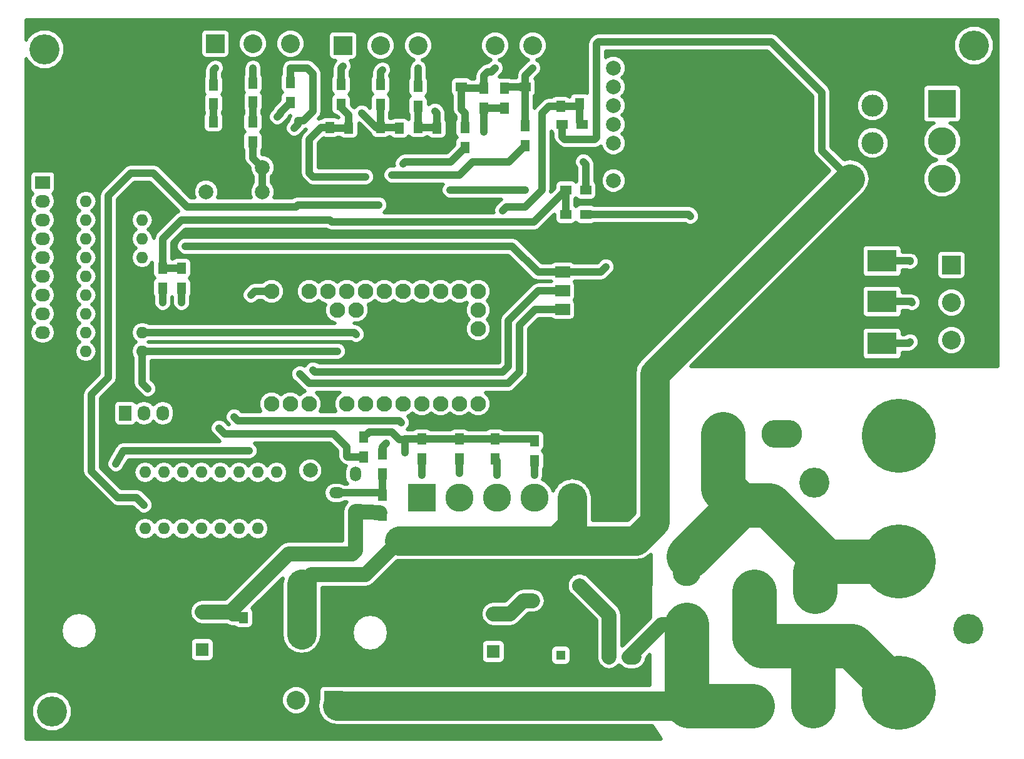
<source format=gbr>
G04 #@! TF.FileFunction,Copper,L1,Top,Signal*
%FSLAX46Y46*%
G04 Gerber Fmt 4.6, Leading zero omitted, Abs format (unit mm)*
G04 Created by KiCad (PCBNEW 4.0.6) date Monday, 09 August 2021 'PMt' 14:39:49*
%MOMM*%
%LPD*%
G01*
G04 APERTURE LIST*
%ADD10C,0.100000*%
%ADD11C,1.300000*%
%ADD12R,1.300000X1.300000*%
%ADD13R,1.250000X1.500000*%
%ADD14R,1.500000X1.250000*%
%ADD15C,1.998980*%
%ADD16R,1.727200X2.032000*%
%ADD17O,1.727200X2.032000*%
%ADD18R,1.500000X1.300000*%
%ADD19R,1.300000X1.500000*%
%ADD20C,2.100000*%
%ADD21R,4.000000X3.000000*%
%ADD22R,2.000000X1.500000*%
%ADD23C,3.000000*%
%ADD24C,2.000000*%
%ADD25R,2.540000X2.540000*%
%ADD26C,2.540000*%
%ADD27C,3.810000*%
%ADD28R,3.810000X3.810000*%
%ADD29R,3.600000X3.200000*%
%ADD30O,3.800000X5.500000*%
%ADD31O,3.800000X5.300000*%
%ADD32O,5.500000X3.800000*%
%ADD33O,5.300000X3.800000*%
%ADD34C,10.000000*%
%ADD35O,1.998980X1.501140*%
%ADD36O,1.501140X1.998980*%
%ADD37O,1.600000X1.600000*%
%ADD38R,1.800000X1.800000*%
%ADD39O,1.800000X1.800000*%
%ADD40R,2.032000X1.727200*%
%ADD41O,2.032000X1.727200*%
%ADD42C,4.064000*%
%ADD43C,1.000000*%
%ADD44C,0.600000*%
%ADD45C,1.000000*%
%ADD46C,2.000000*%
%ADD47C,6.000000*%
%ADD48C,4.000000*%
%ADD49C,0.500000*%
G04 APERTURE END LIST*
D10*
D11*
X76708000Y15692000D03*
D12*
X76708000Y12192000D03*
D13*
X72898000Y19578000D03*
X72898000Y22078000D03*
D14*
X63226000Y89154000D03*
X60726000Y89154000D03*
X71902000Y89154000D03*
X74402000Y89154000D03*
D13*
X48006000Y83546000D03*
X48006000Y81046000D03*
X54864000Y83546000D03*
X54864000Y81046000D03*
X59944000Y83546000D03*
X59944000Y81046000D03*
X79248000Y86888000D03*
X79248000Y89388000D03*
X29718000Y89388000D03*
X29718000Y86888000D03*
D15*
X86868000Y21590000D03*
X79248000Y21590000D03*
D16*
X17780000Y44958000D03*
D17*
X20320000Y44958000D03*
X22860000Y44958000D03*
X25400000Y44958000D03*
D18*
X83232000Y11938000D03*
X85932000Y11938000D03*
X80090000Y75184000D03*
X77390000Y75184000D03*
X80090000Y71882000D03*
X77390000Y71882000D03*
D19*
X40132000Y89742000D03*
X40132000Y87042000D03*
X71882000Y81200000D03*
X71882000Y83900000D03*
X63754000Y80946000D03*
X63754000Y83646000D03*
X66294000Y86280000D03*
X66294000Y88980000D03*
X69088000Y86280000D03*
X69088000Y88980000D03*
X46990000Y89488000D03*
X46990000Y86788000D03*
X45466000Y80946000D03*
X45466000Y83646000D03*
X52324000Y89488000D03*
X52324000Y86788000D03*
X52324000Y80946000D03*
X52324000Y83646000D03*
X57404000Y89234000D03*
X57404000Y86534000D03*
X57404000Y80946000D03*
X57404000Y83646000D03*
D18*
X76882000Y84074000D03*
X79582000Y84074000D03*
D19*
X76708000Y89234000D03*
X76708000Y86534000D03*
D20*
X47752000Y61468000D03*
X42672000Y61468000D03*
X42672000Y46228000D03*
X50292000Y46228000D03*
X52832000Y46228000D03*
X55372000Y46228000D03*
X37592000Y61468000D03*
X40132000Y61468000D03*
X45212000Y61468000D03*
X50292000Y61468000D03*
X52832000Y61468000D03*
X55372000Y61468000D03*
X57912000Y61468000D03*
X60452000Y61468000D03*
X62992000Y61468000D03*
X65532000Y61468000D03*
X37592000Y46228000D03*
X40132000Y46228000D03*
X47752000Y46228000D03*
X57912000Y46228000D03*
X60452000Y46228000D03*
X62992000Y46228000D03*
X65532000Y46228000D03*
X65532000Y58928000D03*
X65532000Y56388000D03*
X65532000Y53848000D03*
X46482000Y58928000D03*
X49022000Y58928000D03*
X45212000Y46228000D03*
D21*
X120142000Y54388000D03*
X120142000Y65564000D03*
X120142000Y60064000D03*
D22*
X76962000Y56444000D03*
X76962000Y58984000D03*
X76962000Y61524000D03*
X76962000Y64064000D03*
D23*
X118872000Y86614000D03*
X118872000Y81534000D03*
D24*
X83820000Y76454000D03*
X83820000Y78994000D03*
X83820000Y81534000D03*
X83820000Y91694000D03*
X83820000Y89154000D03*
X83820000Y86614000D03*
X83820000Y84074000D03*
D25*
X129540000Y65024000D03*
D26*
X129540000Y59944000D03*
X129540000Y54864000D03*
D25*
X62738000Y94742000D03*
D26*
X67818000Y94742000D03*
X72898000Y94742000D03*
D25*
X47244000Y94742000D03*
D26*
X52324000Y94742000D03*
X57404000Y94742000D03*
D25*
X29972000Y94996000D03*
D26*
X35052000Y94996000D03*
X40132000Y94996000D03*
D27*
X128270000Y81788000D03*
X128270000Y76708000D03*
D28*
X128270000Y86868000D03*
D27*
X128270000Y71628000D03*
D13*
X35052000Y89642000D03*
X35052000Y87142000D03*
X33782000Y17252000D03*
X33782000Y14752000D03*
D29*
X102580000Y5334000D03*
X110780000Y5334000D03*
X111034000Y20828000D03*
X102834000Y20828000D03*
D15*
X42799000Y29591000D03*
X42799000Y37211000D03*
X36322000Y74930000D03*
X28702000Y74930000D03*
X28702000Y78232000D03*
X36322000Y78232000D03*
D30*
X93726000Y24320000D03*
D31*
X93726000Y16320000D03*
D32*
X106616000Y42164000D03*
D33*
X98616000Y42164000D03*
D27*
X62992000Y33528000D03*
X68072000Y33528000D03*
D28*
X57912000Y33528000D03*
D27*
X73152000Y33528000D03*
X78232000Y33528000D03*
X83312000Y33528000D03*
D34*
X122428000Y41910000D03*
X122428000Y24892000D03*
X122428000Y7112000D03*
D35*
X46355000Y34163000D03*
D36*
X48895000Y31623000D03*
X48895000Y36703000D03*
D19*
X52578000Y36750000D03*
X52578000Y39450000D03*
X52578000Y31162000D03*
X52578000Y33862000D03*
X35052000Y84408000D03*
X35052000Y81708000D03*
X29718000Y84408000D03*
X29718000Y81708000D03*
X50038000Y39036000D03*
X50038000Y41736000D03*
X73152000Y38528000D03*
X73152000Y41228000D03*
X67818000Y38782000D03*
X67818000Y41482000D03*
X62992000Y38782000D03*
X62992000Y41482000D03*
X57912000Y38782000D03*
X57912000Y41482000D03*
X25400000Y61896000D03*
X25400000Y64596000D03*
X22860000Y61896000D03*
X22860000Y64596000D03*
D37*
X38227000Y36957000D03*
X35687000Y36957000D03*
X33147000Y36957000D03*
X30607000Y36957000D03*
X28067000Y36957000D03*
X25527000Y36957000D03*
X22987000Y36957000D03*
X20447000Y36957000D03*
X20447000Y29337000D03*
X22987000Y29337000D03*
X25527000Y29337000D03*
X28067000Y29337000D03*
X30607000Y29337000D03*
X33147000Y29337000D03*
X35687000Y29337000D03*
X38227000Y29337000D03*
X20066000Y53340000D03*
X20066000Y55880000D03*
X20066000Y58420000D03*
X20066000Y60960000D03*
X20066000Y63500000D03*
X20066000Y66040000D03*
X20066000Y68580000D03*
X20066000Y71120000D03*
X20066000Y73660000D03*
X12446000Y73660000D03*
X12446000Y71120000D03*
X12446000Y68580000D03*
X12446000Y66040000D03*
X12446000Y63500000D03*
X12446000Y60960000D03*
X12446000Y58420000D03*
X12446000Y55880000D03*
X12446000Y53340000D03*
D38*
X67564000Y12700000D03*
D39*
X67564000Y15240000D03*
X67564000Y17780000D03*
D38*
X28194000Y12954000D03*
D39*
X28194000Y15494000D03*
X28194000Y18034000D03*
D25*
X45974000Y6096000D03*
D26*
X40894000Y6096000D03*
X35814000Y6096000D03*
D40*
X6604000Y76200000D03*
D41*
X6604000Y73660000D03*
X6604000Y71120000D03*
X6604000Y68580000D03*
X6604000Y66040000D03*
X6604000Y63500000D03*
X6604000Y60960000D03*
X6604000Y58420000D03*
X6604000Y55880000D03*
X6604000Y53340000D03*
D42*
X132588000Y94742000D03*
X131826000Y15748000D03*
X7874000Y4572000D03*
X110998000Y35560000D03*
X6858000Y94234000D03*
D43*
X44958000Y78486000D03*
X26416000Y58420000D03*
X39878000Y58420000D03*
X73660000Y53086000D03*
X73914000Y44958000D03*
X76454000Y91694000D03*
D44*
X62484000Y91440000D03*
D43*
X34798000Y60960000D03*
X34544000Y39878000D03*
X16510000Y38100000D03*
D44*
X67818000Y91694000D03*
X72898000Y91694000D03*
D43*
X50292000Y76962000D03*
X49784000Y85598000D03*
X61722000Y75184000D03*
X59690000Y85852000D03*
X71882000Y75184000D03*
X68834000Y72390000D03*
X123952000Y65532000D03*
X124206000Y59944000D03*
X123952000Y54610000D03*
X41910000Y14732000D03*
X115824000Y76708000D03*
D44*
X47244000Y91948000D03*
X57404000Y91694000D03*
X52578000Y91440000D03*
D43*
X32512000Y44450000D03*
X55118000Y43688000D03*
X40640000Y83566000D03*
D44*
X40132000Y91694000D03*
X35052000Y91694000D03*
X29972000Y91694000D03*
X68072000Y36576000D03*
X57912000Y36576000D03*
X73152000Y36576000D03*
X62992000Y36830000D03*
D43*
X53848000Y77216000D03*
X55372000Y78740000D03*
X79756000Y78994000D03*
X43180000Y50800000D03*
X41378002Y50268002D03*
X94234000Y71628000D03*
X55626000Y39624000D03*
X30480000Y42926000D03*
D44*
X47752000Y39116000D03*
D43*
X22860000Y59944000D03*
X49022000Y55626000D03*
X25400000Y59944000D03*
X46482000Y53340000D03*
X20828000Y48260000D03*
X25908000Y67564000D03*
X38354000Y85090000D03*
X82804000Y64770000D03*
X53086000Y40894000D03*
X45466000Y71120000D03*
X66294000Y83058000D03*
X52070000Y73152000D03*
X20320000Y32512000D03*
D45*
X44958000Y78486000D02*
X45466000Y78994000D01*
X45466000Y80946000D02*
X45466000Y78994000D01*
X20066000Y58420000D02*
X26416000Y58420000D01*
X26416000Y58420000D02*
X39878000Y58420000D01*
X20066000Y73660000D02*
X19304000Y73660000D01*
X19304000Y73660000D02*
X17272000Y71628000D01*
X18542000Y58420000D02*
X20066000Y58420000D01*
X17526000Y59436000D02*
X18542000Y58420000D01*
X17526000Y60452000D02*
X17526000Y59436000D01*
X17272000Y60706000D02*
X17526000Y60452000D01*
X17272000Y71628000D02*
X17272000Y60706000D01*
X74775000Y54201000D02*
X74775000Y54257000D01*
X73660000Y53086000D02*
X74775000Y54201000D01*
X73406000Y52888000D02*
X74775000Y54257000D01*
X73406000Y45466000D02*
X73406000Y52888000D01*
X73914000Y44958000D02*
X73406000Y45466000D01*
X74775000Y54257000D02*
X76962000Y56444000D01*
X76708000Y89234000D02*
X79094000Y89234000D01*
X79094000Y89234000D02*
X79248000Y89388000D01*
X76708000Y91440000D02*
X76708000Y89234000D01*
X76454000Y91694000D02*
X76708000Y91440000D01*
X74402000Y89154000D02*
X76628000Y89154000D01*
X76628000Y89154000D02*
X76708000Y89234000D01*
X61722000Y81280000D02*
X61722000Y86106000D01*
X60726000Y87102000D02*
X60726000Y89154000D01*
X61722000Y86106000D02*
X60726000Y87102000D01*
D46*
X33782000Y14752000D02*
X31222000Y14752000D01*
X30480000Y15494000D02*
X28194000Y15494000D01*
D45*
X31222000Y14752000D02*
X30480000Y15494000D01*
D47*
X110780000Y5334000D02*
X110780000Y13462000D01*
X111760000Y12482000D02*
X111760000Y13462000D01*
X110780000Y13462000D02*
X111760000Y12482000D01*
X102834000Y20828000D02*
X102834000Y14514000D01*
X116078000Y13462000D02*
X122428000Y7112000D01*
X103886000Y13462000D02*
X111760000Y13462000D01*
X111760000Y13462000D02*
X116078000Y13462000D01*
X102834000Y14514000D02*
X103886000Y13462000D01*
D45*
X29718000Y81708000D02*
X29718000Y79248000D01*
X29718000Y79248000D02*
X28702000Y78232000D01*
X52324000Y80946000D02*
X48106000Y80946000D01*
X48106000Y80946000D02*
X48006000Y81046000D01*
X57404000Y80946000D02*
X54964000Y80946000D01*
X54964000Y80946000D02*
X54864000Y81046000D01*
X61488000Y81046000D02*
X59944000Y81046000D01*
X61722000Y81280000D02*
X61488000Y81046000D01*
X59944000Y81046000D02*
X57504000Y81046000D01*
X57504000Y81046000D02*
X57404000Y80946000D01*
X52324000Y80946000D02*
X54764000Y80946000D01*
X54764000Y80946000D02*
X54864000Y81046000D01*
X45466000Y80946000D02*
X47906000Y80946000D01*
X47906000Y80946000D02*
X48006000Y81046000D01*
X60726000Y89154000D02*
X60726000Y90698000D01*
X60726000Y90698000D02*
X61468000Y91440000D01*
X61468000Y91440000D02*
X62484000Y91440000D01*
D46*
X83232000Y11938000D02*
X83232000Y17606000D01*
X83232000Y17606000D02*
X79248000Y21590000D01*
D45*
X35306000Y61468000D02*
X37592000Y61468000D01*
X34798000Y60960000D02*
X35306000Y61468000D01*
X17526000Y39878000D02*
X34544000Y39878000D01*
X16510000Y38100000D02*
X17526000Y39878000D01*
D46*
X72898000Y19578000D02*
X71648000Y19578000D01*
X69850000Y17780000D02*
X67564000Y17780000D01*
X71648000Y19578000D02*
X69850000Y17780000D01*
D45*
X66294000Y88980000D02*
X63400000Y88980000D01*
X63400000Y88980000D02*
X63226000Y89154000D01*
X63226000Y89154000D02*
X63226000Y86126000D01*
X63754000Y85598000D02*
X63754000Y83646000D01*
X63226000Y86126000D02*
X63754000Y85598000D01*
X66294000Y90678000D02*
X66294000Y88980000D01*
X66802000Y91186000D02*
X66294000Y90678000D01*
X67310000Y91186000D02*
X66802000Y91186000D01*
X67818000Y91694000D02*
X67310000Y91186000D01*
X71902000Y89154000D02*
X71902000Y83920000D01*
X71902000Y83920000D02*
X71882000Y83900000D01*
X71902000Y89154000D02*
X69262000Y89154000D01*
X69262000Y89154000D02*
X69088000Y88980000D01*
X71902000Y89154000D02*
X71902000Y90698000D01*
X71902000Y90698000D02*
X72898000Y91694000D01*
X50292000Y76962000D02*
X43180000Y76962000D01*
X42672000Y82042000D02*
X44276000Y83646000D01*
X42672000Y77470000D02*
X42672000Y82042000D01*
X43180000Y76962000D02*
X42672000Y77470000D01*
X45466000Y83646000D02*
X44276000Y83646000D01*
X48006000Y83546000D02*
X45566000Y83546000D01*
X45566000Y83546000D02*
X45466000Y83646000D01*
X46990000Y86788000D02*
X46990000Y86360000D01*
X46990000Y86360000D02*
X48006000Y85344000D01*
X48006000Y85344000D02*
X48006000Y83546000D01*
X52324000Y83646000D02*
X51736000Y83646000D01*
X51736000Y83646000D02*
X49784000Y85598000D01*
X52324000Y83646000D02*
X54764000Y83646000D01*
X54764000Y83646000D02*
X54864000Y83546000D01*
X52324000Y86788000D02*
X52324000Y83646000D01*
X59944000Y85598000D02*
X59944000Y83546000D01*
X59944000Y85598000D02*
X59690000Y85852000D01*
X71882000Y75184000D02*
X61722000Y75184000D01*
X57404000Y83646000D02*
X59844000Y83646000D01*
X59844000Y83646000D02*
X59944000Y83546000D01*
X57404000Y86534000D02*
X57404000Y83646000D01*
X75104000Y86534000D02*
X76708000Y86534000D01*
X74168000Y85598000D02*
X74168000Y75184000D01*
X75104000Y86534000D02*
X74168000Y85598000D01*
X71882000Y72898000D02*
X74168000Y75184000D01*
X69342000Y72898000D02*
X71882000Y72898000D01*
X68834000Y72390000D02*
X69342000Y72898000D01*
X79248000Y86888000D02*
X79248000Y84408000D01*
X79248000Y84408000D02*
X79582000Y84074000D01*
X76708000Y86534000D02*
X78894000Y86534000D01*
X78894000Y86534000D02*
X79248000Y86888000D01*
D46*
X93726000Y16320000D02*
X90314000Y16320000D01*
X90314000Y16320000D02*
X85932000Y11938000D01*
D48*
X93980000Y5334000D02*
X46482000Y5334000D01*
D47*
X102580000Y5334000D02*
X93980000Y5334000D01*
X93726000Y5588000D02*
X93726000Y16320000D01*
X93980000Y5334000D02*
X93726000Y5588000D01*
D46*
X85932000Y11938000D02*
X86614000Y11938000D01*
D47*
X100902000Y32512000D02*
X104902000Y32512000D01*
X104902000Y32512000D02*
X112522000Y24892000D01*
X98616000Y42164000D02*
X98616000Y34798000D01*
X98616000Y34798000D02*
X100902000Y32512000D01*
X100902000Y32512000D02*
X93980000Y25590000D01*
X111034000Y20828000D02*
X111034000Y23404000D01*
X111034000Y23404000D02*
X112522000Y24892000D01*
X112522000Y24892000D02*
X122428000Y24892000D01*
D45*
X120142000Y65564000D02*
X123920000Y65564000D01*
X123920000Y65564000D02*
X123952000Y65532000D01*
X124086000Y60064000D02*
X120142000Y60064000D01*
X124206000Y59944000D02*
X124086000Y60064000D01*
X120142000Y54388000D02*
X123730000Y54388000D01*
X123730000Y54388000D02*
X123952000Y54610000D01*
D48*
X78232000Y33528000D02*
X78232000Y29718000D01*
X78232000Y29718000D02*
X76200000Y27686000D01*
X89408000Y50292000D02*
X115824000Y76708000D01*
X89408000Y30226000D02*
X89408000Y50292000D01*
X86868000Y27686000D02*
X89408000Y30226000D01*
X54864000Y27686000D02*
X76200000Y27686000D01*
X76200000Y27686000D02*
X86868000Y27686000D01*
D46*
X50292000Y23114000D02*
X54864000Y27686000D01*
X42926000Y23114000D02*
X50292000Y23114000D01*
X41656000Y21844000D02*
X42926000Y23114000D01*
D48*
X41656000Y14986000D02*
X41656000Y21844000D01*
D46*
X41910000Y14732000D02*
X41656000Y14986000D01*
D45*
X76882000Y84074000D02*
X76882000Y82376000D01*
X112014000Y80518000D02*
X115824000Y76708000D01*
X112014000Y88392000D02*
X112014000Y80518000D01*
X105156000Y95250000D02*
X112014000Y88392000D01*
X81788000Y95250000D02*
X105156000Y95250000D01*
X81534000Y94996000D02*
X81788000Y95250000D01*
X81534000Y82296000D02*
X81534000Y94996000D01*
X81280000Y82042000D02*
X81534000Y82296000D01*
X77216000Y82042000D02*
X81280000Y82042000D01*
X76882000Y82376000D02*
X77216000Y82042000D01*
X46990000Y91694000D02*
X46990000Y89488000D01*
X47244000Y91948000D02*
X46990000Y91694000D01*
X57404000Y91694000D02*
X57404000Y89234000D01*
X52324000Y89488000D02*
X52324000Y91186000D01*
X52324000Y91186000D02*
X52578000Y91440000D01*
X33020000Y43942000D02*
X32512000Y44450000D01*
X55118000Y43688000D02*
X54864000Y43942000D01*
X54864000Y43942000D02*
X33020000Y43942000D01*
X41148000Y84074000D02*
X41148000Y84582000D01*
X40640000Y83566000D02*
X41148000Y84074000D01*
X42418000Y91694000D02*
X40132000Y91694000D01*
X43180000Y90932000D02*
X42418000Y91694000D01*
X43180000Y85852000D02*
X43180000Y90932000D01*
X41910000Y84582000D02*
X43180000Y85852000D01*
X41148000Y84582000D02*
X41910000Y84582000D01*
X40132000Y91694000D02*
X40132000Y89742000D01*
X35052000Y89642000D02*
X35052000Y91694000D01*
X29718000Y91440000D02*
X29718000Y89388000D01*
X29972000Y91694000D02*
X29718000Y91440000D01*
X68072000Y38528000D02*
X68072000Y36576000D01*
X68072000Y38528000D02*
X67818000Y38782000D01*
X57912000Y38782000D02*
X57912000Y36576000D01*
X73152000Y38782000D02*
X73152000Y36576000D01*
X62992000Y38782000D02*
X62992000Y36830000D01*
X52578000Y33862000D02*
X52578000Y36496000D01*
X46355000Y34163000D02*
X52277000Y34163000D01*
X52277000Y34163000D02*
X52578000Y33862000D01*
X53848000Y77216000D02*
X62992000Y77216000D01*
X69676000Y78994000D02*
X71882000Y81200000D01*
X64770000Y78994000D02*
X69676000Y78994000D01*
X62992000Y77216000D02*
X64770000Y78994000D01*
X61802000Y78994000D02*
X55626000Y78994000D01*
X63754000Y80946000D02*
X61802000Y78994000D01*
X55626000Y78994000D02*
X55372000Y78740000D01*
X80090000Y75184000D02*
X80090000Y78660000D01*
X80090000Y78660000D02*
X79756000Y78994000D01*
X73626676Y61524000D02*
X76962000Y61524000D01*
X69619998Y57517322D02*
X73626676Y61524000D01*
X69619998Y51331998D02*
X69619998Y57517322D01*
X68810002Y50522002D02*
X69619998Y51331998D01*
X43457998Y50522002D02*
X68810002Y50522002D01*
X43180000Y50800000D02*
X43457998Y50522002D01*
X71120000Y50546000D02*
X71120000Y56896000D01*
X71120000Y56896000D02*
X73208000Y58984000D01*
X76962000Y58984000D02*
X73208000Y58984000D01*
X69596000Y49022000D02*
X71120000Y50546000D01*
X42624004Y49022000D02*
X69596000Y49022000D01*
X41378002Y50268002D02*
X42624004Y49022000D01*
X80090000Y71882000D02*
X93980000Y71882000D01*
X93980000Y71882000D02*
X94234000Y71628000D01*
X35052000Y87142000D02*
X35052000Y84408000D01*
X29718000Y86888000D02*
X29718000Y84408000D01*
D46*
X39878000Y25908000D02*
X48514000Y25908000D01*
X32004000Y18034000D02*
X39878000Y25908000D01*
X31496000Y18034000D02*
X32004000Y18034000D01*
X48895000Y26289000D02*
X48895000Y31623000D01*
X48514000Y25908000D02*
X48895000Y26289000D01*
D45*
X55626000Y41402000D02*
X54887998Y41402000D01*
X50743998Y42441998D02*
X50038000Y41736000D01*
X53848000Y42441998D02*
X50743998Y42441998D01*
X54887998Y41402000D02*
X53848000Y42441998D01*
X55626000Y41482000D02*
X55626000Y41402000D01*
X55626000Y41402000D02*
X55626000Y39624000D01*
X57912000Y41482000D02*
X55626000Y41482000D01*
X67818000Y41482000D02*
X72898000Y41482000D01*
X72898000Y41482000D02*
X73152000Y41228000D01*
X62992000Y41482000D02*
X67818000Y41482000D01*
X57912000Y41482000D02*
X62992000Y41482000D01*
X33782000Y17252000D02*
X32278000Y17252000D01*
D46*
X31496000Y18034000D02*
X28194000Y18034000D01*
D45*
X32278000Y17252000D02*
X31496000Y18034000D01*
D46*
X48895000Y31623000D02*
X52244000Y31496000D01*
D45*
X52244000Y31496000D02*
X52578000Y31162000D01*
X47752000Y39116000D02*
X47752000Y40386000D01*
X31242000Y42164000D02*
X30480000Y42926000D01*
X45974000Y42164000D02*
X31242000Y42164000D01*
X47752000Y40386000D02*
X45974000Y42164000D01*
X47752000Y39116000D02*
X47832000Y39036000D01*
X47832000Y39036000D02*
X50038000Y39036000D01*
X36322000Y78232000D02*
X36322000Y74930000D01*
X35052000Y81708000D02*
X35052000Y79502000D01*
X35052000Y79502000D02*
X36322000Y78232000D01*
X22860000Y61896000D02*
X22860000Y59944000D01*
X20066000Y55880000D02*
X48768000Y55880000D01*
X48768000Y55880000D02*
X49022000Y55626000D01*
X25400000Y61896000D02*
X25400000Y59944000D01*
X20066000Y53340000D02*
X46482000Y53340000D01*
X20066000Y53340000D02*
X20066000Y49022000D01*
X20066000Y49022000D02*
X20828000Y48260000D01*
X76962000Y64064000D02*
X73604000Y64064000D01*
X70104000Y67564000D02*
X25908000Y67564000D01*
X73604000Y64064000D02*
X70104000Y67564000D01*
X38775000Y85511000D02*
X38775000Y85685000D01*
X38354000Y85090000D02*
X38775000Y85511000D01*
X82098000Y64064000D02*
X76962000Y64064000D01*
X82804000Y64770000D02*
X82098000Y64064000D01*
X38775000Y85685000D02*
X40132000Y87042000D01*
X52578000Y39450000D02*
X52578000Y40386000D01*
X52578000Y40386000D02*
X53086000Y40894000D01*
X45466000Y71120000D02*
X25400000Y71120000D01*
X22860000Y68580000D02*
X22860000Y64596000D01*
X25400000Y71120000D02*
X22860000Y68580000D01*
X77390000Y75184000D02*
X77390000Y71882000D01*
X73072000Y70866000D02*
X77390000Y75184000D01*
X45720000Y70866000D02*
X73072000Y70866000D01*
X45466000Y71120000D02*
X45720000Y70866000D01*
X25400000Y64596000D02*
X22860000Y64596000D01*
X66294000Y83058000D02*
X66294000Y86280000D01*
X41124002Y73152000D02*
X52070000Y73152000D01*
X40870002Y72898000D02*
X41124002Y73152000D01*
X26162000Y72898000D02*
X40870002Y72898000D01*
X21590000Y77470000D02*
X26162000Y72898000D01*
X18542000Y77470000D02*
X21590000Y77470000D01*
X15494000Y74422000D02*
X18542000Y77470000D01*
X15494000Y49784000D02*
X15494000Y74422000D01*
X13208000Y47498000D02*
X15494000Y49784000D01*
X13208000Y37084000D02*
X13208000Y47498000D01*
X16764000Y33528000D02*
X13208000Y37084000D01*
X19304000Y33528000D02*
X16764000Y33528000D01*
X20320000Y32512000D02*
X19304000Y33528000D01*
X69088000Y86280000D02*
X66294000Y86280000D01*
D49*
G36*
X135827000Y51304000D02*
X94309088Y51304000D01*
X98893087Y55888000D01*
X117377307Y55888000D01*
X117377307Y52888000D01*
X117429604Y52610067D01*
X117593862Y52354802D01*
X117844492Y52183554D01*
X118142000Y52123307D01*
X122142000Y52123307D01*
X122419933Y52175604D01*
X122675198Y52339862D01*
X122846446Y52590492D01*
X122906693Y52888000D01*
X122906693Y53138000D01*
X123730000Y53138000D01*
X124208354Y53233151D01*
X124613883Y53504117D01*
X124835397Y53725630D01*
X125011081Y53901007D01*
X125201783Y54360269D01*
X125201873Y54463960D01*
X127519650Y54463960D01*
X127826529Y53721257D01*
X128394268Y53152526D01*
X129136434Y52844352D01*
X129940040Y52843650D01*
X130682743Y53150529D01*
X131251474Y53718268D01*
X131559648Y54460434D01*
X131560350Y55264040D01*
X131253471Y56006743D01*
X130685732Y56575474D01*
X129943566Y56883648D01*
X129139960Y56884350D01*
X128397257Y56577471D01*
X127828526Y56009732D01*
X127520352Y55267566D01*
X127519650Y54463960D01*
X125201873Y54463960D01*
X125202217Y54857550D01*
X125012316Y55317143D01*
X124660993Y55669081D01*
X124201731Y55859783D01*
X123704450Y55860217D01*
X123244857Y55670316D01*
X123212484Y55638000D01*
X122906693Y55638000D01*
X122906693Y55888000D01*
X122854396Y56165933D01*
X122690138Y56421198D01*
X122439508Y56592446D01*
X122142000Y56652693D01*
X118142000Y56652693D01*
X117864067Y56600396D01*
X117608802Y56436138D01*
X117437554Y56185508D01*
X117377307Y55888000D01*
X98893087Y55888000D01*
X104569087Y61564000D01*
X117377307Y61564000D01*
X117377307Y58564000D01*
X117429604Y58286067D01*
X117593862Y58030802D01*
X117844492Y57859554D01*
X118142000Y57799307D01*
X122142000Y57799307D01*
X122419933Y57851604D01*
X122675198Y58015862D01*
X122846446Y58266492D01*
X122906693Y58564000D01*
X122906693Y58814000D01*
X123667799Y58814000D01*
X123956269Y58694217D01*
X124453550Y58693783D01*
X124913143Y58883684D01*
X125265081Y59235007D01*
X125393369Y59543960D01*
X127519650Y59543960D01*
X127826529Y58801257D01*
X128394268Y58232526D01*
X129136434Y57924352D01*
X129940040Y57923650D01*
X130682743Y58230529D01*
X131251474Y58798268D01*
X131559648Y59540434D01*
X131560350Y60344040D01*
X131253471Y61086743D01*
X130685732Y61655474D01*
X129943566Y61963648D01*
X129139960Y61964350D01*
X128397257Y61657471D01*
X127828526Y61089732D01*
X127520352Y60347566D01*
X127519650Y59543960D01*
X125393369Y59543960D01*
X125455783Y59694269D01*
X125456217Y60191550D01*
X125266316Y60651143D01*
X124914993Y61003081D01*
X124841769Y61033486D01*
X124564354Y61218849D01*
X124086000Y61314000D01*
X122906693Y61314000D01*
X122906693Y61564000D01*
X122854396Y61841933D01*
X122690138Y62097198D01*
X122439508Y62268446D01*
X122142000Y62328693D01*
X118142000Y62328693D01*
X117864067Y62276396D01*
X117608802Y62112138D01*
X117437554Y61861508D01*
X117377307Y61564000D01*
X104569087Y61564000D01*
X110069087Y67064000D01*
X117377307Y67064000D01*
X117377307Y64064000D01*
X117429604Y63786067D01*
X117593862Y63530802D01*
X117844492Y63359554D01*
X118142000Y63299307D01*
X122142000Y63299307D01*
X122419933Y63351604D01*
X122675198Y63515862D01*
X122846446Y63766492D01*
X122906693Y64064000D01*
X122906693Y64314000D01*
X123625727Y64314000D01*
X123702269Y64282217D01*
X124199550Y64281783D01*
X124659143Y64471684D01*
X125011081Y64823007D01*
X125201783Y65282269D01*
X125202217Y65779550D01*
X125012316Y66239143D01*
X124957555Y66294000D01*
X127505307Y66294000D01*
X127505307Y63754000D01*
X127557604Y63476067D01*
X127721862Y63220802D01*
X127972492Y63049554D01*
X128270000Y62989307D01*
X130810000Y62989307D01*
X131087933Y63041604D01*
X131343198Y63205862D01*
X131514446Y63456492D01*
X131574693Y63754000D01*
X131574693Y66294000D01*
X131522396Y66571933D01*
X131358138Y66827198D01*
X131107508Y66998446D01*
X130810000Y67058693D01*
X128270000Y67058693D01*
X127992067Y67006396D01*
X127736802Y66842138D01*
X127565554Y66591508D01*
X127505307Y66294000D01*
X124957555Y66294000D01*
X124660993Y66591081D01*
X124472327Y66669422D01*
X124398354Y66718849D01*
X124311859Y66736054D01*
X124201731Y66781783D01*
X124081437Y66781888D01*
X123920000Y66814000D01*
X122906693Y66814000D01*
X122906693Y67064000D01*
X122854396Y67341933D01*
X122690138Y67597198D01*
X122439508Y67768446D01*
X122142000Y67828693D01*
X118142000Y67828693D01*
X117864067Y67776396D01*
X117608802Y67612138D01*
X117437554Y67361508D01*
X117377307Y67064000D01*
X110069087Y67064000D01*
X117768543Y74763456D01*
X118364668Y75655620D01*
X118574000Y76708000D01*
X118364668Y77760380D01*
X117768543Y78652543D01*
X116876380Y79248668D01*
X115824000Y79458000D01*
X115004730Y79295037D01*
X113264000Y81035766D01*
X113264000Y81088411D01*
X116621610Y81088411D01*
X116963431Y80261142D01*
X117595813Y79627655D01*
X118422484Y79284392D01*
X119317589Y79283610D01*
X120144858Y79625431D01*
X120778345Y80257813D01*
X121121608Y81084484D01*
X121122390Y81979589D01*
X120780569Y82806858D01*
X120148187Y83440345D01*
X119321516Y83783608D01*
X118426411Y83784390D01*
X117599142Y83442569D01*
X116965655Y82810187D01*
X116622392Y81983516D01*
X116621610Y81088411D01*
X113264000Y81088411D01*
X113264000Y86168411D01*
X116621610Y86168411D01*
X116963431Y85341142D01*
X117595813Y84707655D01*
X118422484Y84364392D01*
X119317589Y84363610D01*
X120144858Y84705431D01*
X120778345Y85337813D01*
X121121608Y86164484D01*
X121122390Y87059589D01*
X120780569Y87886858D01*
X120148187Y88520345D01*
X119539725Y88773000D01*
X125600307Y88773000D01*
X125600307Y84963000D01*
X125652604Y84685067D01*
X125816862Y84429802D01*
X126067492Y84258554D01*
X126365000Y84198307D01*
X127150889Y84198307D01*
X126768028Y84040112D01*
X126020513Y83293901D01*
X125615461Y82318429D01*
X125614540Y81262205D01*
X126017888Y80286028D01*
X126764099Y79538513D01*
X127464249Y79247785D01*
X126768028Y78960112D01*
X126020513Y78213901D01*
X125615461Y77238429D01*
X125614540Y76182205D01*
X126017888Y75206028D01*
X126764099Y74458513D01*
X127739571Y74053461D01*
X128795795Y74052540D01*
X129771972Y74455888D01*
X130519487Y75202099D01*
X130924539Y76177571D01*
X130925460Y77233795D01*
X130522112Y78209972D01*
X129775901Y78957487D01*
X129075751Y79248215D01*
X129771972Y79535888D01*
X130519487Y80282099D01*
X130924539Y81257571D01*
X130925460Y82313795D01*
X130522112Y83289972D01*
X129775901Y84037487D01*
X129388604Y84198307D01*
X130175000Y84198307D01*
X130452933Y84250604D01*
X130708198Y84414862D01*
X130879446Y84665492D01*
X130939693Y84963000D01*
X130939693Y88773000D01*
X130887396Y89050933D01*
X130723138Y89306198D01*
X130472508Y89477446D01*
X130175000Y89537693D01*
X126365000Y89537693D01*
X126087067Y89485396D01*
X125831802Y89321138D01*
X125660554Y89070508D01*
X125600307Y88773000D01*
X119539725Y88773000D01*
X119321516Y88863608D01*
X118426411Y88864390D01*
X117599142Y88522569D01*
X116965655Y87890187D01*
X116622392Y87063516D01*
X116621610Y86168411D01*
X113264000Y86168411D01*
X113264000Y88392000D01*
X113168849Y88870354D01*
X113048190Y89050933D01*
X112897884Y89275883D01*
X107982713Y94191054D01*
X129805518Y94191054D01*
X130228160Y93168182D01*
X131010066Y92384910D01*
X132032198Y91960484D01*
X133138946Y91959518D01*
X134161818Y92382160D01*
X134945090Y93164066D01*
X135369516Y94186198D01*
X135370482Y95292946D01*
X134947840Y96315818D01*
X134165934Y97099090D01*
X133143802Y97523516D01*
X132037054Y97524482D01*
X131014182Y97101840D01*
X130230910Y96319934D01*
X129806484Y95297802D01*
X129805518Y94191054D01*
X107982713Y94191054D01*
X106039883Y96133883D01*
X105634354Y96404849D01*
X105156000Y96500000D01*
X81788000Y96500000D01*
X81309646Y96404849D01*
X80904116Y96133883D01*
X80650117Y95879883D01*
X80379151Y95474354D01*
X80284000Y94996000D01*
X80284000Y88264900D01*
X80170508Y88342446D01*
X79873000Y88402693D01*
X78623000Y88402693D01*
X78345067Y88350396D01*
X78089802Y88186138D01*
X77918554Y87935508D01*
X77895999Y87824126D01*
X77655508Y87988446D01*
X77358000Y88048693D01*
X76058000Y88048693D01*
X75780067Y87996396D01*
X75524802Y87832138D01*
X75491911Y87784000D01*
X75104000Y87784000D01*
X74625646Y87688849D01*
X74220117Y87417884D01*
X73284118Y86481884D01*
X73284117Y86481883D01*
X73152000Y86284156D01*
X73152000Y87959500D01*
X73185198Y87980862D01*
X73356446Y88231492D01*
X73416693Y88529000D01*
X73416693Y89779000D01*
X73364396Y90056933D01*
X73232959Y90261193D01*
X73781884Y90810117D01*
X74052849Y91215646D01*
X74148000Y91694000D01*
X74052849Y92172354D01*
X73781884Y92577884D01*
X73464058Y92790247D01*
X74040743Y93028529D01*
X74609474Y93596268D01*
X74917648Y94338434D01*
X74918350Y95142040D01*
X74611471Y95884743D01*
X74043732Y96453474D01*
X73301566Y96761648D01*
X72497960Y96762350D01*
X71755257Y96455471D01*
X71186526Y95887732D01*
X70878352Y95145566D01*
X70877650Y94341960D01*
X71184529Y93599257D01*
X71752268Y93030526D01*
X72331552Y92789987D01*
X72014117Y92577884D01*
X71018117Y91581883D01*
X70747151Y91176354D01*
X70652000Y90698000D01*
X70652000Y90404000D01*
X70080067Y90404000D01*
X70035508Y90434446D01*
X69738000Y90494693D01*
X68438000Y90494693D01*
X68374513Y90482747D01*
X68701883Y90810116D01*
X68972849Y91215645D01*
X69067999Y91694000D01*
X68972849Y92172354D01*
X68701883Y92577883D01*
X68384058Y92790247D01*
X68960743Y93028529D01*
X69529474Y93596268D01*
X69837648Y94338434D01*
X69838350Y95142040D01*
X69531471Y95884743D01*
X68963732Y96453474D01*
X68221566Y96761648D01*
X67417960Y96762350D01*
X66675257Y96455471D01*
X66106526Y95887732D01*
X65798352Y95145566D01*
X65797650Y94341960D01*
X66104529Y93599257D01*
X66672268Y93030526D01*
X67251551Y92789987D01*
X66934116Y92577883D01*
X66789808Y92433575D01*
X66403010Y92356635D01*
X66323645Y92340849D01*
X65918116Y92069883D01*
X65410117Y91561883D01*
X65139151Y91156354D01*
X65044000Y90678000D01*
X65044000Y90230000D01*
X64577031Y90230000D01*
X64524138Y90312198D01*
X64273508Y90483446D01*
X63976000Y90543693D01*
X62476000Y90543693D01*
X62198067Y90491396D01*
X61942802Y90327138D01*
X61771554Y90076508D01*
X61711307Y89779000D01*
X61711307Y88529000D01*
X61763604Y88251067D01*
X61927862Y87995802D01*
X61976000Y87962911D01*
X61976000Y86126000D01*
X62059516Y85706138D01*
X62071151Y85647646D01*
X62342117Y85242117D01*
X62504000Y85080234D01*
X62504000Y84846370D01*
X62399554Y84693508D01*
X62339307Y84396000D01*
X62339307Y82896000D01*
X62391604Y82618067D01*
X62555862Y82362802D01*
X62652548Y82296740D01*
X62570802Y82244138D01*
X62399554Y81993508D01*
X62339307Y81696000D01*
X62339307Y81299074D01*
X61284234Y80244000D01*
X55626000Y80244000D01*
X55165961Y80152492D01*
X55147646Y80148849D01*
X54742116Y79877883D01*
X54489172Y79624938D01*
X54312919Y79448993D01*
X54122217Y78989731D01*
X54121783Y78492450D01*
X54132712Y78466000D01*
X53849090Y78466000D01*
X53600450Y78466217D01*
X53140857Y78276316D01*
X52788919Y77924993D01*
X52598217Y77465731D01*
X52597783Y76968450D01*
X52787684Y76508857D01*
X53139007Y76156919D01*
X53598269Y75966217D01*
X54095550Y75965783D01*
X54096075Y75966000D01*
X60736054Y75966000D01*
X60662919Y75892993D01*
X60472217Y75433731D01*
X60471783Y74936450D01*
X60661684Y74476857D01*
X61013007Y74124919D01*
X61472269Y73934217D01*
X61969550Y73933783D01*
X61970075Y73934000D01*
X68685775Y73934000D01*
X68458116Y73781883D01*
X67951173Y73274939D01*
X67774919Y73098993D01*
X67584217Y72639731D01*
X67583783Y72142450D01*
X67594712Y72116000D01*
X52801502Y72116000D01*
X53129081Y72443007D01*
X53319783Y72902269D01*
X53320217Y73399550D01*
X53130316Y73859143D01*
X52778993Y74211081D01*
X52319731Y74401783D01*
X51822450Y74402217D01*
X51821925Y74402000D01*
X41124002Y74402000D01*
X40645648Y74306849D01*
X40407913Y74148000D01*
X37891606Y74148000D01*
X38071186Y74580478D01*
X38071793Y75276468D01*
X37806011Y75919712D01*
X37572000Y76154132D01*
X37572000Y77007823D01*
X37804281Y77239699D01*
X38071186Y77882478D01*
X38071793Y78578468D01*
X37806011Y79221712D01*
X37314301Y79714281D01*
X36671522Y79981186D01*
X36340291Y79981475D01*
X36302000Y80019766D01*
X36302000Y80507630D01*
X36406446Y80660492D01*
X36466693Y80958000D01*
X36466693Y82458000D01*
X36414396Y82735933D01*
X36250138Y82991198D01*
X36153452Y83057260D01*
X36235198Y83109862D01*
X36406446Y83360492D01*
X36466693Y83658000D01*
X36466693Y84842450D01*
X37103783Y84842450D01*
X37293684Y84382857D01*
X37645007Y84030919D01*
X38104269Y83840217D01*
X38601550Y83839783D01*
X39061143Y84029684D01*
X39413081Y84381007D01*
X39413299Y84381533D01*
X39658884Y84627117D01*
X39929849Y85032646D01*
X39939641Y85081875D01*
X40144238Y85286472D01*
X39993151Y85060354D01*
X39900425Y84594191D01*
X39757173Y84450939D01*
X39580919Y84274993D01*
X39390217Y83815731D01*
X39389783Y83318450D01*
X39579684Y82858857D01*
X39931007Y82506919D01*
X40390269Y82316217D01*
X40887550Y82315783D01*
X41347143Y82505684D01*
X41699081Y82857007D01*
X41699299Y82857533D01*
X42031883Y83190116D01*
X42159901Y83381709D01*
X42264810Y83402576D01*
X41788117Y82925883D01*
X41517151Y82520354D01*
X41422000Y82042000D01*
X41422000Y77470000D01*
X41517151Y76991646D01*
X41788117Y76586117D01*
X42296116Y76078117D01*
X42701645Y75807151D01*
X42781010Y75791365D01*
X43180000Y75712000D01*
X50290909Y75712000D01*
X50539550Y75711783D01*
X50999143Y75901684D01*
X51351081Y76253007D01*
X51541783Y76712269D01*
X51542217Y77209550D01*
X51352316Y77669143D01*
X51000993Y78021081D01*
X50541731Y78211783D01*
X50044450Y78212217D01*
X50043925Y78212000D01*
X43922000Y78212000D01*
X43922000Y81524234D01*
X44577393Y82179626D01*
X44816000Y82131307D01*
X46116000Y82131307D01*
X46393933Y82183604D01*
X46568602Y82296000D01*
X46811500Y82296000D01*
X46832862Y82262802D01*
X47083492Y82091554D01*
X47381000Y82031307D01*
X48631000Y82031307D01*
X48908933Y82083604D01*
X49164198Y82247862D01*
X49335446Y82498492D01*
X49395693Y82796000D01*
X49395693Y84218541D01*
X50852117Y82762116D01*
X50946346Y82699154D01*
X50961604Y82618067D01*
X51125862Y82362802D01*
X51376492Y82191554D01*
X51674000Y82131307D01*
X52974000Y82131307D01*
X53251933Y82183604D01*
X53507198Y82347862D01*
X53540089Y82396000D01*
X53605152Y82396000D01*
X53690862Y82262802D01*
X53941492Y82091554D01*
X54239000Y82031307D01*
X55489000Y82031307D01*
X55766933Y82083604D01*
X56022198Y82247862D01*
X56154874Y82442040D01*
X56205862Y82362802D01*
X56456492Y82191554D01*
X56754000Y82131307D01*
X58054000Y82131307D01*
X58331933Y82183604D01*
X58587198Y82347862D01*
X58620089Y82396000D01*
X58685152Y82396000D01*
X58770862Y82262802D01*
X59021492Y82091554D01*
X59319000Y82031307D01*
X60569000Y82031307D01*
X60846933Y82083604D01*
X61102198Y82247862D01*
X61273446Y82498492D01*
X61333693Y82796000D01*
X61333693Y84296000D01*
X61281396Y84573933D01*
X61194000Y84709751D01*
X61194000Y85598000D01*
X61098849Y86076354D01*
X61065677Y86126000D01*
X60827883Y86481884D01*
X60574938Y86734828D01*
X60398993Y86911081D01*
X59939731Y87101783D01*
X59442450Y87102217D01*
X58982857Y86912316D01*
X58818693Y86748439D01*
X58818693Y87284000D01*
X58766396Y87561933D01*
X58602138Y87817198D01*
X58505452Y87883260D01*
X58587198Y87935862D01*
X58758446Y88186492D01*
X58818693Y88484000D01*
X58818693Y89984000D01*
X58766396Y90261933D01*
X58654000Y90436602D01*
X58654000Y91694000D01*
X58558849Y92172354D01*
X58287883Y92577883D01*
X57970058Y92790247D01*
X58546743Y93028529D01*
X59115474Y93596268D01*
X59423648Y94338434D01*
X59424350Y95142040D01*
X59117471Y95884743D01*
X58549732Y96453474D01*
X57807566Y96761648D01*
X57003960Y96762350D01*
X56261257Y96455471D01*
X55692526Y95887732D01*
X55384352Y95145566D01*
X55383650Y94341960D01*
X55690529Y93599257D01*
X56258268Y93030526D01*
X56837552Y92789986D01*
X56520117Y92577883D01*
X56249151Y92172354D01*
X56154000Y91694000D01*
X56154000Y90434370D01*
X56049554Y90281508D01*
X55989307Y89984000D01*
X55989307Y88484000D01*
X56041604Y88206067D01*
X56205862Y87950802D01*
X56302548Y87884740D01*
X56220802Y87832138D01*
X56049554Y87581508D01*
X55989307Y87284000D01*
X55989307Y85784000D01*
X56041604Y85506067D01*
X56154000Y85331398D01*
X56154000Y84846370D01*
X56088126Y84749960D01*
X56037138Y84829198D01*
X55786508Y85000446D01*
X55489000Y85060693D01*
X54239000Y85060693D01*
X53961067Y85008396D01*
X53786398Y84896000D01*
X53574000Y84896000D01*
X53574000Y85587630D01*
X53678446Y85740492D01*
X53738693Y86038000D01*
X53738693Y87538000D01*
X53686396Y87815933D01*
X53522138Y88071198D01*
X53425452Y88137260D01*
X53507198Y88189862D01*
X53678446Y88440492D01*
X53738693Y88738000D01*
X53738693Y90238000D01*
X53686396Y90515933D01*
X53574000Y90690602D01*
X53574000Y90723911D01*
X53732849Y90961646D01*
X53827999Y91440000D01*
X53732849Y91918354D01*
X53461883Y92323883D01*
X53056354Y92594849D01*
X52578000Y92689999D01*
X52099646Y92594849D01*
X51694116Y92323883D01*
X51440117Y92069883D01*
X51169151Y91664354D01*
X51074000Y91186000D01*
X51074000Y90688370D01*
X50969554Y90535508D01*
X50909307Y90238000D01*
X50909307Y88738000D01*
X50961604Y88460067D01*
X51125862Y88204802D01*
X51222548Y88138740D01*
X51140802Y88086138D01*
X50969554Y87835508D01*
X50909307Y87538000D01*
X50909307Y86240459D01*
X50668940Y86480826D01*
X50492993Y86657081D01*
X50033731Y86847783D01*
X49536450Y86848217D01*
X49076857Y86658316D01*
X48767884Y86349882D01*
X48404693Y86713073D01*
X48404693Y87538000D01*
X48352396Y87815933D01*
X48188138Y88071198D01*
X48091452Y88137260D01*
X48173198Y88189862D01*
X48344446Y88440492D01*
X48404693Y88738000D01*
X48404693Y90238000D01*
X48352396Y90515933D01*
X48240000Y90690602D01*
X48240000Y91231911D01*
X48398849Y91469646D01*
X48493999Y91948000D01*
X48398849Y92426354D01*
X48211122Y92707307D01*
X48514000Y92707307D01*
X48791933Y92759604D01*
X49047198Y92923862D01*
X49218446Y93174492D01*
X49278693Y93472000D01*
X49278693Y94341960D01*
X50303650Y94341960D01*
X50610529Y93599257D01*
X51178268Y93030526D01*
X51920434Y92722352D01*
X52724040Y92721650D01*
X53466743Y93028529D01*
X54035474Y93596268D01*
X54343648Y94338434D01*
X54344350Y95142040D01*
X54037471Y95884743D01*
X53469732Y96453474D01*
X52727566Y96761648D01*
X51923960Y96762350D01*
X51181257Y96455471D01*
X50612526Y95887732D01*
X50304352Y95145566D01*
X50303650Y94341960D01*
X49278693Y94341960D01*
X49278693Y96012000D01*
X49226396Y96289933D01*
X49062138Y96545198D01*
X48811508Y96716446D01*
X48514000Y96776693D01*
X45974000Y96776693D01*
X45696067Y96724396D01*
X45440802Y96560138D01*
X45269554Y96309508D01*
X45209307Y96012000D01*
X45209307Y93472000D01*
X45261604Y93194067D01*
X45425862Y92938802D01*
X45676492Y92767554D01*
X45974000Y92707307D01*
X46235540Y92707307D01*
X46106118Y92577884D01*
X46106117Y92577883D01*
X45835151Y92172354D01*
X45740000Y91694000D01*
X45740000Y90688370D01*
X45635554Y90535508D01*
X45575307Y90238000D01*
X45575307Y88738000D01*
X45627604Y88460067D01*
X45791862Y88204802D01*
X45888548Y88138740D01*
X45806802Y88086138D01*
X45635554Y87835508D01*
X45575307Y87538000D01*
X45575307Y86038000D01*
X45627604Y85760067D01*
X45791862Y85504802D01*
X46042492Y85333554D01*
X46301037Y85281197D01*
X46629086Y84953148D01*
X46413508Y85100446D01*
X46116000Y85160693D01*
X44816000Y85160693D01*
X44538067Y85108396D01*
X44282802Y84944138D01*
X44245807Y84889994D01*
X43921191Y84825424D01*
X44063883Y84968116D01*
X44334849Y85373646D01*
X44345749Y85428446D01*
X44430000Y85852000D01*
X44430000Y90932000D01*
X44334849Y91410354D01*
X44284265Y91486058D01*
X44063884Y91815883D01*
X43301883Y92577883D01*
X42896354Y92848849D01*
X42418000Y92944000D01*
X40132000Y92944000D01*
X39653646Y92848849D01*
X39248117Y92577883D01*
X38977151Y92172354D01*
X38882000Y91694000D01*
X38882000Y90942370D01*
X38777554Y90789508D01*
X38717307Y90492000D01*
X38717307Y88992000D01*
X38769604Y88714067D01*
X38933862Y88458802D01*
X39030548Y88392740D01*
X38948802Y88340138D01*
X38777554Y88089508D01*
X38717307Y87792000D01*
X38717307Y87395074D01*
X37891117Y86568883D01*
X37620151Y86163354D01*
X37610359Y86114125D01*
X37471173Y85974939D01*
X37294919Y85798993D01*
X37104217Y85339731D01*
X37103783Y84842450D01*
X36466693Y84842450D01*
X36466693Y85158000D01*
X36414396Y85435933D01*
X36302000Y85610602D01*
X36302000Y85978219D01*
X36381446Y86094492D01*
X36441693Y86392000D01*
X36441693Y87892000D01*
X36389396Y88169933D01*
X36244846Y88394571D01*
X36381446Y88594492D01*
X36441693Y88892000D01*
X36441693Y90392000D01*
X36389396Y90669933D01*
X36302000Y90805751D01*
X36302000Y91694000D01*
X36206849Y92172354D01*
X35935883Y92577883D01*
X35530354Y92848849D01*
X35052000Y92944000D01*
X34573646Y92848849D01*
X34168117Y92577883D01*
X33897151Y92172354D01*
X33802000Y91694000D01*
X33802000Y90805781D01*
X33722554Y90689508D01*
X33662307Y90392000D01*
X33662307Y88892000D01*
X33714604Y88614067D01*
X33859154Y88389429D01*
X33722554Y88189508D01*
X33662307Y87892000D01*
X33662307Y86392000D01*
X33714604Y86114067D01*
X33802000Y85978249D01*
X33802000Y85608370D01*
X33697554Y85455508D01*
X33637307Y85158000D01*
X33637307Y83658000D01*
X33689604Y83380067D01*
X33853862Y83124802D01*
X33950548Y83058740D01*
X33868802Y83006138D01*
X33697554Y82755508D01*
X33637307Y82458000D01*
X33637307Y80958000D01*
X33689604Y80680067D01*
X33802000Y80505398D01*
X33802000Y79502000D01*
X33875491Y79132540D01*
X33897151Y79023646D01*
X34168117Y78618117D01*
X34572493Y78213740D01*
X34572207Y77885532D01*
X34837989Y77242288D01*
X35072000Y77007868D01*
X35072000Y76154177D01*
X34839719Y75922301D01*
X34572814Y75279522D01*
X34572207Y74583532D01*
X34752164Y74148000D01*
X30271606Y74148000D01*
X30451186Y74580478D01*
X30451793Y75276468D01*
X30186011Y75919712D01*
X29694301Y76412281D01*
X29051522Y76679186D01*
X28355532Y76679793D01*
X27712288Y76414011D01*
X27219719Y75922301D01*
X26952814Y75279522D01*
X26952207Y74583532D01*
X27132164Y74148000D01*
X26679767Y74148000D01*
X22473883Y78353883D01*
X22068354Y78624849D01*
X21590000Y78720000D01*
X18542000Y78720000D01*
X18063646Y78624849D01*
X17658117Y78353884D01*
X14610117Y75305883D01*
X14339151Y74900354D01*
X14244000Y74422000D01*
X14244000Y50301767D01*
X12324117Y48381883D01*
X12053151Y47976354D01*
X11958000Y47498000D01*
X11958000Y37084000D01*
X12017686Y36783942D01*
X12053151Y36605646D01*
X12324117Y36200117D01*
X15880116Y32644117D01*
X16285645Y32373151D01*
X16365010Y32357365D01*
X16764000Y32278000D01*
X18786234Y32278000D01*
X19435060Y31629174D01*
X19611007Y31452919D01*
X20070269Y31262217D01*
X20567550Y31261783D01*
X21027143Y31451684D01*
X21379081Y31803007D01*
X21569783Y32262269D01*
X21570217Y32759550D01*
X21380316Y33219143D01*
X21028993Y33571081D01*
X21028466Y33571300D01*
X20187883Y34411883D01*
X19782354Y34682849D01*
X19304000Y34778000D01*
X17281767Y34778000D01*
X14458000Y37601766D01*
X14458000Y45974000D01*
X16151707Y45974000D01*
X16151707Y43942000D01*
X16204004Y43664067D01*
X16368262Y43408802D01*
X16618892Y43237554D01*
X16916400Y43177307D01*
X18643600Y43177307D01*
X18921533Y43229604D01*
X19176798Y43393862D01*
X19288272Y43557009D01*
X19702502Y43280230D01*
X20320000Y43157402D01*
X20937498Y43280230D01*
X21460988Y43630014D01*
X21590000Y43823095D01*
X21719012Y43630014D01*
X22242502Y43280230D01*
X22860000Y43157402D01*
X23477498Y43280230D01*
X24000988Y43630014D01*
X24350772Y44153504D01*
X24473600Y44771002D01*
X24473600Y45144998D01*
X24350772Y45762496D01*
X24000988Y46285986D01*
X23477498Y46635770D01*
X22860000Y46758598D01*
X22242502Y46635770D01*
X21719012Y46285986D01*
X21590000Y46092905D01*
X21460988Y46285986D01*
X20937498Y46635770D01*
X20320000Y46758598D01*
X19702502Y46635770D01*
X19287457Y46358446D01*
X19191738Y46507198D01*
X18941108Y46678446D01*
X18643600Y46738693D01*
X16916400Y46738693D01*
X16638467Y46686396D01*
X16383202Y46522138D01*
X16211954Y46271508D01*
X16151707Y45974000D01*
X14458000Y45974000D01*
X14458000Y46980234D01*
X16377883Y48900116D01*
X16648849Y49305646D01*
X16651767Y49320316D01*
X16744000Y49784000D01*
X16744000Y55880000D01*
X18485634Y55880000D01*
X18603621Y55286841D01*
X18939618Y54783984D01*
X19200004Y54610000D01*
X18939618Y54436016D01*
X18603621Y53933159D01*
X18485634Y53340000D01*
X18603621Y52746841D01*
X18816000Y52428992D01*
X18816000Y49022000D01*
X18872421Y48738354D01*
X18911151Y48543646D01*
X19182117Y48138117D01*
X19943631Y47376602D01*
X20119007Y47200919D01*
X20578269Y47010217D01*
X21075550Y47009783D01*
X21535143Y47199684D01*
X21887081Y47551007D01*
X22077783Y48010269D01*
X22078217Y48507550D01*
X21888316Y48967143D01*
X21536993Y49319081D01*
X21536468Y49319299D01*
X21316000Y49539766D01*
X21316000Y52090000D01*
X46480909Y52090000D01*
X46729550Y52089783D01*
X47189143Y52279684D01*
X47541081Y52631007D01*
X47731783Y53090269D01*
X47732217Y53587550D01*
X47542316Y54047143D01*
X47190993Y54399081D01*
X46731731Y54589783D01*
X46234450Y54590217D01*
X46233925Y54590000D01*
X20961928Y54590000D01*
X20931996Y54610000D01*
X20961928Y54630000D01*
X48250036Y54630000D01*
X48313007Y54566919D01*
X48772269Y54376217D01*
X49269550Y54375783D01*
X49729143Y54565684D01*
X50081081Y54917007D01*
X50271783Y55376269D01*
X50272217Y55873550D01*
X50082316Y56333143D01*
X49730993Y56685081D01*
X49730467Y56685299D01*
X49651883Y56763883D01*
X49246354Y57034849D01*
X49225646Y57038968D01*
X48776984Y57128213D01*
X49378471Y57127688D01*
X50040286Y57401145D01*
X50547076Y57907051D01*
X50821687Y58568387D01*
X50822312Y59284471D01*
X50661709Y59673158D01*
X51310286Y59941145D01*
X51561995Y60192415D01*
X51811051Y59942924D01*
X52472387Y59668313D01*
X53188471Y59667688D01*
X53850286Y59941145D01*
X54101995Y60192415D01*
X54351051Y59942924D01*
X55012387Y59668313D01*
X55728471Y59667688D01*
X56390286Y59941145D01*
X56641995Y60192415D01*
X56891051Y59942924D01*
X57552387Y59668313D01*
X58268471Y59667688D01*
X58930286Y59941145D01*
X59181995Y60192415D01*
X59431051Y59942924D01*
X60092387Y59668313D01*
X60808471Y59667688D01*
X61470286Y59941145D01*
X61721995Y60192415D01*
X61971051Y59942924D01*
X62632387Y59668313D01*
X63348471Y59667688D01*
X64002316Y59937852D01*
X63732313Y59287613D01*
X63731688Y58571529D01*
X64005145Y57909714D01*
X64256415Y57658005D01*
X64006924Y57408949D01*
X63732313Y56747613D01*
X63731688Y56031529D01*
X64005145Y55369714D01*
X64511051Y54862924D01*
X65172387Y54588313D01*
X65888471Y54587688D01*
X66550286Y54861145D01*
X67057076Y55367051D01*
X67331687Y56028387D01*
X67332312Y56744471D01*
X67058855Y57406286D01*
X66807585Y57657995D01*
X67057076Y57907051D01*
X67331687Y58568387D01*
X67332312Y59284471D01*
X67058855Y59946286D01*
X66807585Y60197995D01*
X67057076Y60447051D01*
X67331687Y61108387D01*
X67332312Y61824471D01*
X67058855Y62486286D01*
X66552949Y62993076D01*
X65891613Y63267687D01*
X65175529Y63268312D01*
X64513714Y62994855D01*
X64262005Y62743585D01*
X64012949Y62993076D01*
X63351613Y63267687D01*
X62635529Y63268312D01*
X61973714Y62994855D01*
X61722005Y62743585D01*
X61472949Y62993076D01*
X60811613Y63267687D01*
X60095529Y63268312D01*
X59433714Y62994855D01*
X59182005Y62743585D01*
X58932949Y62993076D01*
X58271613Y63267687D01*
X57555529Y63268312D01*
X56893714Y62994855D01*
X56642005Y62743585D01*
X56392949Y62993076D01*
X55731613Y63267687D01*
X55015529Y63268312D01*
X54353714Y62994855D01*
X54102005Y62743585D01*
X53852949Y62993076D01*
X53191613Y63267687D01*
X52475529Y63268312D01*
X51813714Y62994855D01*
X51562005Y62743585D01*
X51312949Y62993076D01*
X50651613Y63267687D01*
X49935529Y63268312D01*
X49273714Y62994855D01*
X49022005Y62743585D01*
X48772949Y62993076D01*
X48111613Y63267687D01*
X47395529Y63268312D01*
X46733714Y62994855D01*
X46482005Y62743585D01*
X46232949Y62993076D01*
X45571613Y63267687D01*
X44855529Y63268312D01*
X44193714Y62994855D01*
X43942005Y62743585D01*
X43692949Y62993076D01*
X43031613Y63267687D01*
X42315529Y63268312D01*
X41653714Y62994855D01*
X41146924Y62488949D01*
X40872313Y61827613D01*
X40871688Y61111529D01*
X41145145Y60449714D01*
X41651051Y59942924D01*
X42312387Y59668313D01*
X43028471Y59667688D01*
X43690286Y59941145D01*
X43941995Y60192415D01*
X44191051Y59942924D01*
X44842157Y59672561D01*
X44682313Y59287613D01*
X44681688Y58571529D01*
X44955145Y57909714D01*
X45461051Y57402924D01*
X46118324Y57130000D01*
X20961928Y57130000D01*
X20689525Y57312013D01*
X20096366Y57430000D01*
X20035634Y57430000D01*
X19442475Y57312013D01*
X18939618Y56976016D01*
X18603621Y56473159D01*
X18485634Y55880000D01*
X16744000Y55880000D01*
X16744000Y73904234D01*
X19059767Y76220000D01*
X21072234Y76220000D01*
X25001500Y72290733D01*
X25001010Y72290635D01*
X24921645Y72274849D01*
X24516116Y72003883D01*
X21976117Y69463883D01*
X21705151Y69058354D01*
X21628183Y68671412D01*
X21528379Y69173159D01*
X21192382Y69676016D01*
X20931996Y69850000D01*
X21192382Y70023984D01*
X21528379Y70526841D01*
X21646366Y71120000D01*
X21528379Y71713159D01*
X21192382Y72216016D01*
X20689525Y72552013D01*
X20096366Y72670000D01*
X20035634Y72670000D01*
X19442475Y72552013D01*
X18939618Y72216016D01*
X18603621Y71713159D01*
X18485634Y71120000D01*
X18603621Y70526841D01*
X18939618Y70023984D01*
X19200004Y69850000D01*
X18939618Y69676016D01*
X18603621Y69173159D01*
X18485634Y68580000D01*
X18603621Y67986841D01*
X18939618Y67483984D01*
X19200004Y67310000D01*
X18939618Y67136016D01*
X18603621Y66633159D01*
X18485634Y66040000D01*
X18603621Y65446841D01*
X18939618Y64943984D01*
X19442475Y64607987D01*
X20035634Y64490000D01*
X20096366Y64490000D01*
X20689525Y64607987D01*
X21192382Y64943984D01*
X21445307Y65322514D01*
X21445307Y63846000D01*
X21497604Y63568067D01*
X21661862Y63312802D01*
X21758548Y63246740D01*
X21676802Y63194138D01*
X21505554Y62943508D01*
X21445307Y62646000D01*
X21445307Y61146000D01*
X21497604Y60868067D01*
X21610000Y60693398D01*
X21610000Y59945090D01*
X21609783Y59696450D01*
X21799684Y59236857D01*
X22151007Y58884919D01*
X22610269Y58694217D01*
X23107550Y58693783D01*
X23567143Y58883684D01*
X23919081Y59235007D01*
X24109783Y59694269D01*
X24110217Y60191550D01*
X24110000Y60192075D01*
X24110000Y60695630D01*
X24129860Y60724696D01*
X24150000Y60693398D01*
X24150000Y59945090D01*
X24149783Y59696450D01*
X24339684Y59236857D01*
X24691007Y58884919D01*
X25150269Y58694217D01*
X25647550Y58693783D01*
X26107143Y58883684D01*
X26459081Y59235007D01*
X26649783Y59694269D01*
X26650217Y60191550D01*
X26650000Y60192075D01*
X26650000Y60695630D01*
X26661492Y60712450D01*
X33547783Y60712450D01*
X33737684Y60252857D01*
X34089007Y59900919D01*
X34548269Y59710217D01*
X35045550Y59709783D01*
X35505143Y59899684D01*
X35824016Y60218000D01*
X36296455Y60218000D01*
X36571051Y59942924D01*
X37232387Y59668313D01*
X37948471Y59667688D01*
X38610286Y59941145D01*
X39117076Y60447051D01*
X39391687Y61108387D01*
X39392312Y61824471D01*
X39118855Y62486286D01*
X38612949Y62993076D01*
X37951613Y63267687D01*
X37235529Y63268312D01*
X36573714Y62994855D01*
X36296375Y62718000D01*
X35306000Y62718000D01*
X34907010Y62638635D01*
X34827645Y62622849D01*
X34422116Y62351883D01*
X33915173Y61844939D01*
X33738919Y61668993D01*
X33548217Y61209731D01*
X33547783Y60712450D01*
X26661492Y60712450D01*
X26754446Y60848492D01*
X26814693Y61146000D01*
X26814693Y62646000D01*
X26762396Y62923933D01*
X26598138Y63179198D01*
X26501452Y63245260D01*
X26583198Y63297862D01*
X26754446Y63548492D01*
X26814693Y63846000D01*
X26814693Y65346000D01*
X26762396Y65623933D01*
X26598138Y65879198D01*
X26347508Y66050446D01*
X26050000Y66110693D01*
X24750000Y66110693D01*
X24472067Y66058396D01*
X24216802Y65894138D01*
X24183911Y65846000D01*
X24110000Y65846000D01*
X24110000Y68062234D01*
X25917767Y69870000D01*
X45003911Y69870000D01*
X45063776Y69830000D01*
X45241646Y69711151D01*
X45720000Y69616000D01*
X73072000Y69616000D01*
X73550354Y69711151D01*
X73955883Y69982117D01*
X75875307Y71901541D01*
X75875307Y71232000D01*
X75927604Y70954067D01*
X76091862Y70698802D01*
X76342492Y70527554D01*
X76640000Y70467307D01*
X78140000Y70467307D01*
X78417933Y70519604D01*
X78673198Y70683862D01*
X78739260Y70780548D01*
X78791862Y70698802D01*
X79042492Y70527554D01*
X79340000Y70467307D01*
X80840000Y70467307D01*
X81117933Y70519604D01*
X81292602Y70632000D01*
X93462036Y70632000D01*
X93525007Y70568919D01*
X93984269Y70378217D01*
X94481550Y70377783D01*
X94941143Y70567684D01*
X95293081Y70919007D01*
X95483783Y71378269D01*
X95484217Y71875550D01*
X95294316Y72335143D01*
X94942993Y72687081D01*
X94942467Y72687299D01*
X94863883Y72765883D01*
X94458354Y73036849D01*
X93980000Y73132000D01*
X81290370Y73132000D01*
X81137508Y73236446D01*
X80840000Y73296693D01*
X79340000Y73296693D01*
X79062067Y73244396D01*
X78806802Y73080138D01*
X78740740Y72983452D01*
X78688138Y73065198D01*
X78640000Y73098089D01*
X78640000Y73964500D01*
X78673198Y73985862D01*
X78739260Y74082548D01*
X78791862Y74000802D01*
X79042492Y73829554D01*
X79340000Y73769307D01*
X80840000Y73769307D01*
X81117933Y73821604D01*
X81373198Y73985862D01*
X81544446Y74236492D01*
X81604693Y74534000D01*
X81604693Y75834000D01*
X81553244Y76107431D01*
X82069696Y76107431D01*
X82335557Y75463999D01*
X82827410Y74971287D01*
X83470376Y74704304D01*
X84166569Y74703696D01*
X84810001Y74969557D01*
X85302713Y75461410D01*
X85569696Y76104376D01*
X85570304Y76800569D01*
X85304443Y77444001D01*
X84812590Y77936713D01*
X84169624Y78203696D01*
X83473431Y78204304D01*
X82829999Y77938443D01*
X82337287Y77446590D01*
X82070304Y76803624D01*
X82069696Y76107431D01*
X81553244Y76107431D01*
X81552396Y76111933D01*
X81388138Y76367198D01*
X81340000Y76400089D01*
X81340000Y78660000D01*
X81244849Y79138354D01*
X81174438Y79243731D01*
X80973883Y79543884D01*
X80640938Y79876828D01*
X80464993Y80053081D01*
X80005731Y80243783D01*
X79508450Y80244217D01*
X79048857Y80054316D01*
X78696919Y79702993D01*
X78506217Y79243731D01*
X78505783Y78746450D01*
X78695684Y78286857D01*
X78840000Y78142288D01*
X78840000Y76403500D01*
X78806802Y76382138D01*
X78740740Y76285452D01*
X78688138Y76367198D01*
X78437508Y76538446D01*
X78140000Y76598693D01*
X76640000Y76598693D01*
X76362067Y76546396D01*
X76106802Y76382138D01*
X75935554Y76131508D01*
X75875307Y75834000D01*
X75875307Y75437074D01*
X75367287Y74929054D01*
X75375344Y74969557D01*
X75418000Y75184000D01*
X75418000Y83154591D01*
X75419604Y83146067D01*
X75583862Y82890802D01*
X75632000Y82857911D01*
X75632000Y82376000D01*
X75716737Y81950000D01*
X75727151Y81897646D01*
X75998117Y81492117D01*
X76332116Y81158117D01*
X76574212Y80996354D01*
X76737646Y80887151D01*
X77216000Y80792000D01*
X81280000Y80792000D01*
X81758354Y80887151D01*
X82099565Y81115141D01*
X82335557Y80543999D01*
X82827410Y80051287D01*
X83470376Y79784304D01*
X84166569Y79783696D01*
X84810001Y80049557D01*
X85302713Y80541410D01*
X85569696Y81184376D01*
X85570304Y81880569D01*
X85304443Y82524001D01*
X85024875Y82804057D01*
X85302713Y83081410D01*
X85569696Y83724376D01*
X85570304Y84420569D01*
X85304443Y85064001D01*
X85024875Y85344057D01*
X85302713Y85621410D01*
X85569696Y86264376D01*
X85570304Y86960569D01*
X85304443Y87604001D01*
X85024875Y87884057D01*
X85302713Y88161410D01*
X85569696Y88804376D01*
X85570304Y89500569D01*
X85304443Y90144001D01*
X85024875Y90424057D01*
X85302713Y90701410D01*
X85569696Y91344376D01*
X85570304Y92040569D01*
X85304443Y92684001D01*
X84812590Y93176713D01*
X84169624Y93443696D01*
X83473431Y93444304D01*
X82829999Y93178443D01*
X82784000Y93132524D01*
X82784000Y94000000D01*
X104638234Y94000000D01*
X110764000Y87874233D01*
X110764000Y80518000D01*
X110837429Y80148849D01*
X110859151Y80039646D01*
X111130117Y79634117D01*
X112995573Y77768660D01*
X87463456Y52236544D01*
X86867331Y51344380D01*
X86803674Y51024354D01*
X86658000Y50292000D01*
X86658000Y31365087D01*
X85728912Y30436000D01*
X80982000Y30436000D01*
X80982000Y33528000D01*
X80887416Y34003506D01*
X80887460Y34053795D01*
X80868086Y34100683D01*
X80772669Y34580379D01*
X80503316Y34983494D01*
X80484112Y35029972D01*
X80448271Y35065876D01*
X80176544Y35472544D01*
X79773430Y35741896D01*
X79737901Y35777487D01*
X79691047Y35796943D01*
X79284379Y36068669D01*
X78808877Y36163252D01*
X78762429Y36182539D01*
X78711693Y36182583D01*
X78232000Y36278000D01*
X77756494Y36183416D01*
X77706205Y36183460D01*
X77659317Y36164086D01*
X77179621Y36068669D01*
X76776506Y35799316D01*
X76730028Y35780112D01*
X76694124Y35744271D01*
X76287456Y35472544D01*
X76018104Y35069430D01*
X75982513Y35033901D01*
X75963057Y34987047D01*
X75691331Y34580379D01*
X75658363Y34414637D01*
X75404112Y35029972D01*
X74657901Y35777487D01*
X74215634Y35961133D01*
X74306849Y36097646D01*
X74402000Y36576000D01*
X74402000Y37327630D01*
X74506446Y37480492D01*
X74566693Y37778000D01*
X74566693Y39278000D01*
X74514396Y39555933D01*
X74350138Y39811198D01*
X74253452Y39877260D01*
X74335198Y39929862D01*
X74506446Y40180492D01*
X74566693Y40478000D01*
X74566693Y41978000D01*
X74514396Y42255933D01*
X74350138Y42511198D01*
X74099508Y42682446D01*
X73802000Y42742693D01*
X72502000Y42742693D01*
X72445172Y42732000D01*
X69037500Y42732000D01*
X69016138Y42765198D01*
X68765508Y42936446D01*
X68468000Y42996693D01*
X67168000Y42996693D01*
X66890067Y42944396D01*
X66634802Y42780138D01*
X66601911Y42732000D01*
X64211500Y42732000D01*
X64190138Y42765198D01*
X63939508Y42936446D01*
X63642000Y42996693D01*
X62342000Y42996693D01*
X62064067Y42944396D01*
X61808802Y42780138D01*
X61775911Y42732000D01*
X59131500Y42732000D01*
X59110138Y42765198D01*
X58859508Y42936446D01*
X58562000Y42996693D01*
X57262000Y42996693D01*
X56984067Y42944396D01*
X56728802Y42780138D01*
X56695911Y42732000D01*
X55929642Y42732000D01*
X56177081Y42979007D01*
X56367783Y43438269D01*
X56368217Y43935550D01*
X56178316Y44395143D01*
X56023951Y44549778D01*
X56390286Y44701145D01*
X56641995Y44952415D01*
X56891051Y44702924D01*
X57552387Y44428313D01*
X58268471Y44427688D01*
X58930286Y44701145D01*
X59181995Y44952415D01*
X59431051Y44702924D01*
X60092387Y44428313D01*
X60808471Y44427688D01*
X61470286Y44701145D01*
X61721995Y44952415D01*
X61971051Y44702924D01*
X62632387Y44428313D01*
X63348471Y44427688D01*
X64010286Y44701145D01*
X64261995Y44952415D01*
X64511051Y44702924D01*
X65172387Y44428313D01*
X65888471Y44427688D01*
X66550286Y44701145D01*
X67057076Y45207051D01*
X67331687Y45868387D01*
X67332312Y46584471D01*
X67058855Y47246286D01*
X66552949Y47753076D01*
X66507375Y47772000D01*
X69596000Y47772000D01*
X70074354Y47867151D01*
X70479883Y48138117D01*
X72003883Y49662116D01*
X72274849Y50067645D01*
X72314702Y50268002D01*
X72370000Y50546000D01*
X72370000Y56378234D01*
X73725767Y57734000D01*
X75392500Y57734000D01*
X75413862Y57700802D01*
X75664492Y57529554D01*
X75962000Y57469307D01*
X77962000Y57469307D01*
X78239933Y57521604D01*
X78495198Y57685862D01*
X78666446Y57936492D01*
X78726693Y58234000D01*
X78726693Y59734000D01*
X78674396Y60011933D01*
X78516590Y60257171D01*
X78666446Y60476492D01*
X78726693Y60774000D01*
X78726693Y62274000D01*
X78674396Y62551933D01*
X78516590Y62797171D01*
X78528089Y62814000D01*
X82098000Y62814000D01*
X82576354Y62909151D01*
X82981883Y63180117D01*
X83687398Y63885631D01*
X83863081Y64061007D01*
X84053783Y64520269D01*
X84054217Y65017550D01*
X83864316Y65477143D01*
X83512993Y65829081D01*
X83053731Y66019783D01*
X82556450Y66020217D01*
X82096857Y65830316D01*
X81744919Y65478993D01*
X81744701Y65478468D01*
X81580233Y65314000D01*
X78531500Y65314000D01*
X78510138Y65347198D01*
X78259508Y65518446D01*
X77962000Y65578693D01*
X75962000Y65578693D01*
X75684067Y65526396D01*
X75428802Y65362138D01*
X75395911Y65314000D01*
X74121767Y65314000D01*
X70987883Y68447883D01*
X70582354Y68718849D01*
X70104000Y68814000D01*
X25909090Y68814000D01*
X25660450Y68814217D01*
X25200857Y68624316D01*
X24848919Y68272993D01*
X24658217Y67813731D01*
X24657783Y67316450D01*
X24847684Y66856857D01*
X25199007Y66504919D01*
X25658269Y66314217D01*
X26155550Y66313783D01*
X26156075Y66314000D01*
X69586234Y66314000D01*
X72720116Y63180117D01*
X73125645Y62909151D01*
X73205010Y62893365D01*
X73604000Y62814000D01*
X75392500Y62814000D01*
X75407410Y62790829D01*
X75395911Y62774000D01*
X73626676Y62774000D01*
X73148322Y62678849D01*
X72742792Y62407883D01*
X68736115Y58401205D01*
X68465149Y57995676D01*
X68369998Y57517322D01*
X68369998Y51849765D01*
X68292236Y51772002D01*
X43975920Y51772002D01*
X43888993Y51859081D01*
X43429731Y52049783D01*
X42932450Y52050217D01*
X42472857Y51860316D01*
X42120919Y51508993D01*
X42051503Y51341821D01*
X41627733Y51517785D01*
X41130452Y51518219D01*
X40670859Y51328318D01*
X40318921Y50976995D01*
X40128219Y50517733D01*
X40127785Y50020452D01*
X40317686Y49560859D01*
X40669009Y49208921D01*
X40669535Y49208702D01*
X41740121Y48138116D01*
X41982216Y47976354D01*
X42061527Y47923360D01*
X41653714Y47754855D01*
X41402005Y47503585D01*
X41152949Y47753076D01*
X40491613Y48027687D01*
X39775529Y48028312D01*
X39113714Y47754855D01*
X38862005Y47503585D01*
X38612949Y47753076D01*
X37951613Y48027687D01*
X37235529Y48028312D01*
X36573714Y47754855D01*
X36066924Y47248949D01*
X35792313Y46587613D01*
X35791688Y45871529D01*
X36065145Y45209714D01*
X36082828Y45192000D01*
X33537766Y45192000D01*
X33396939Y45332827D01*
X33220993Y45509081D01*
X32761731Y45699783D01*
X32264450Y45700217D01*
X31804857Y45510316D01*
X31452919Y45158993D01*
X31262217Y44699731D01*
X31261783Y44202450D01*
X31451684Y43742857D01*
X31779966Y43414000D01*
X31759767Y43414000D01*
X31364939Y43808827D01*
X31188993Y43985081D01*
X30729731Y44175783D01*
X30232450Y44176217D01*
X29772857Y43986316D01*
X29420919Y43634993D01*
X29230217Y43175731D01*
X29229783Y42678450D01*
X29419684Y42218857D01*
X29771007Y41866919D01*
X29771533Y41866700D01*
X30358117Y41280116D01*
X30585775Y41128000D01*
X17526000Y41128000D01*
X17362940Y41095565D01*
X17197103Y41083954D01*
X17125797Y41048394D01*
X17047646Y41032849D01*
X16909416Y40940486D01*
X16760640Y40866293D01*
X16708369Y40806151D01*
X16642117Y40761883D01*
X16549755Y40623654D01*
X16440696Y40498173D01*
X15508024Y38865999D01*
X15450919Y38808993D01*
X15260217Y38349731D01*
X15259783Y37852450D01*
X15449684Y37392857D01*
X15801007Y37040919D01*
X16260269Y36850217D01*
X16757550Y36849783D01*
X17090524Y36987366D01*
X18897000Y36987366D01*
X18897000Y36926634D01*
X19014987Y36333475D01*
X19350984Y35830618D01*
X19853841Y35494621D01*
X20447000Y35376634D01*
X21040159Y35494621D01*
X21543016Y35830618D01*
X21717000Y36091004D01*
X21890984Y35830618D01*
X22393841Y35494621D01*
X22987000Y35376634D01*
X23580159Y35494621D01*
X24083016Y35830618D01*
X24257000Y36091004D01*
X24430984Y35830618D01*
X24933841Y35494621D01*
X25527000Y35376634D01*
X26120159Y35494621D01*
X26623016Y35830618D01*
X26797000Y36091004D01*
X26970984Y35830618D01*
X27473841Y35494621D01*
X28067000Y35376634D01*
X28660159Y35494621D01*
X29163016Y35830618D01*
X29337000Y36091004D01*
X29510984Y35830618D01*
X30013841Y35494621D01*
X30607000Y35376634D01*
X31200159Y35494621D01*
X31703016Y35830618D01*
X31877000Y36091004D01*
X32050984Y35830618D01*
X32553841Y35494621D01*
X33147000Y35376634D01*
X33740159Y35494621D01*
X34243016Y35830618D01*
X34417000Y36091004D01*
X34590984Y35830618D01*
X35093841Y35494621D01*
X35687000Y35376634D01*
X36280159Y35494621D01*
X36783016Y35830618D01*
X36957000Y36091004D01*
X37130984Y35830618D01*
X37633841Y35494621D01*
X38227000Y35376634D01*
X38820159Y35494621D01*
X39323016Y35830618D01*
X39659013Y36333475D01*
X39764647Y36864532D01*
X41049207Y36864532D01*
X41314989Y36221288D01*
X41806699Y35728719D01*
X42449478Y35461814D01*
X43145468Y35461207D01*
X43788712Y35726989D01*
X44281281Y36218699D01*
X44548186Y36861478D01*
X44548793Y37557468D01*
X44283011Y38200712D01*
X43791301Y38693281D01*
X43148522Y38960186D01*
X42452532Y38960793D01*
X41809288Y38695011D01*
X41316719Y38203301D01*
X41049814Y37560522D01*
X41049207Y36864532D01*
X39764647Y36864532D01*
X39777000Y36926634D01*
X39777000Y36987366D01*
X39659013Y37580525D01*
X39323016Y38083382D01*
X38820159Y38419379D01*
X38227000Y38537366D01*
X37633841Y38419379D01*
X37130984Y38083382D01*
X36957000Y37822996D01*
X36783016Y38083382D01*
X36280159Y38419379D01*
X35687000Y38537366D01*
X35093841Y38419379D01*
X34590984Y38083382D01*
X34417000Y37822996D01*
X34243016Y38083382D01*
X33740159Y38419379D01*
X33147000Y38537366D01*
X32553841Y38419379D01*
X32050984Y38083382D01*
X31877000Y37822996D01*
X31703016Y38083382D01*
X31200159Y38419379D01*
X30607000Y38537366D01*
X30013841Y38419379D01*
X29510984Y38083382D01*
X29337000Y37822996D01*
X29163016Y38083382D01*
X28660159Y38419379D01*
X28067000Y38537366D01*
X27473841Y38419379D01*
X26970984Y38083382D01*
X26797000Y37822996D01*
X26623016Y38083382D01*
X26120159Y38419379D01*
X25527000Y38537366D01*
X24933841Y38419379D01*
X24430984Y38083382D01*
X24257000Y37822996D01*
X24083016Y38083382D01*
X23580159Y38419379D01*
X22987000Y38537366D01*
X22393841Y38419379D01*
X21890984Y38083382D01*
X21717000Y37822996D01*
X21543016Y38083382D01*
X21040159Y38419379D01*
X20447000Y38537366D01*
X19853841Y38419379D01*
X19350984Y38083382D01*
X19014987Y37580525D01*
X18897000Y36987366D01*
X17090524Y36987366D01*
X17217143Y37039684D01*
X17569081Y37391007D01*
X17634295Y37548061D01*
X18251403Y38628000D01*
X34542909Y38628000D01*
X34791550Y38627783D01*
X35251143Y38817684D01*
X35603081Y39169007D01*
X35793783Y39628269D01*
X35794217Y40125550D01*
X35604316Y40585143D01*
X35276034Y40914000D01*
X45456234Y40914000D01*
X46502000Y39868233D01*
X46502000Y39116000D01*
X46593273Y38657142D01*
X46597151Y38637646D01*
X46868117Y38232117D01*
X46948116Y38152117D01*
X47328255Y37898117D01*
X47353646Y37881151D01*
X47679622Y37816310D01*
X47508654Y37560438D01*
X47394430Y36986195D01*
X47394430Y36419805D01*
X47508654Y35845562D01*
X47797683Y35413000D01*
X47416494Y35413000D01*
X47212438Y35549346D01*
X46638195Y35663570D01*
X46071805Y35663570D01*
X45497562Y35549346D01*
X45010742Y35224063D01*
X44685459Y34737243D01*
X44571235Y34163000D01*
X44685459Y33588757D01*
X45010742Y33101937D01*
X45497562Y32776654D01*
X46071805Y32662430D01*
X46638195Y32662430D01*
X47212438Y32776654D01*
X47416494Y32913000D01*
X47716016Y32913000D01*
X47705344Y32906440D01*
X47685578Y32879156D01*
X47657563Y32860437D01*
X47485957Y32603610D01*
X47304750Y32353482D01*
X47296930Y32320710D01*
X47278211Y32292696D01*
X47217952Y31989753D01*
X47146257Y31689315D01*
X47151573Y31656045D01*
X47145000Y31623000D01*
X47145000Y27658000D01*
X39878000Y27658000D01*
X39208304Y27524789D01*
X38640563Y27145437D01*
X31279126Y19784000D01*
X28194000Y19784000D01*
X27524304Y19650789D01*
X26956563Y19271437D01*
X26577211Y18703696D01*
X26444000Y18034000D01*
X26577211Y17364304D01*
X26956563Y16796563D01*
X27524304Y16417211D01*
X28194000Y16284000D01*
X31520007Y16284000D01*
X31799646Y16097151D01*
X32278000Y16002000D01*
X32587500Y16002000D01*
X32608862Y15968802D01*
X32859492Y15797554D01*
X33157000Y15737307D01*
X34407000Y15737307D01*
X34684933Y15789604D01*
X34940198Y15953862D01*
X35111446Y16204492D01*
X35171693Y16502000D01*
X35171693Y18002000D01*
X35119396Y18279933D01*
X34964901Y18520027D01*
X39059234Y22614360D01*
X38906000Y21844000D01*
X38906000Y14986000D01*
X39115331Y13933621D01*
X39711456Y13041456D01*
X40603621Y12445331D01*
X41656000Y12236000D01*
X42708379Y12445331D01*
X43600544Y13041456D01*
X44196669Y13933621D01*
X44406000Y14986000D01*
X44406000Y15288978D01*
X48404000Y15288978D01*
X48404000Y15191022D01*
X48594301Y14234313D01*
X49136233Y13423255D01*
X49947291Y12881323D01*
X50904000Y12691022D01*
X51860709Y12881323D01*
X52671767Y13423255D01*
X52789864Y13600000D01*
X65899307Y13600000D01*
X65899307Y11800000D01*
X65951604Y11522067D01*
X66115862Y11266802D01*
X66366492Y11095554D01*
X66664000Y11035307D01*
X68464000Y11035307D01*
X68741933Y11087604D01*
X68997198Y11251862D01*
X69168446Y11502492D01*
X69228693Y11800000D01*
X69228693Y12842000D01*
X75293307Y12842000D01*
X75293307Y11542000D01*
X75345604Y11264067D01*
X75509862Y11008802D01*
X75760492Y10837554D01*
X76058000Y10777307D01*
X77358000Y10777307D01*
X77635933Y10829604D01*
X77891198Y10993862D01*
X78062446Y11244492D01*
X78122693Y11542000D01*
X78122693Y12842000D01*
X78070396Y13119933D01*
X77906138Y13375198D01*
X77655508Y13546446D01*
X77358000Y13606693D01*
X76058000Y13606693D01*
X75780067Y13554396D01*
X75524802Y13390138D01*
X75353554Y13139508D01*
X75293307Y12842000D01*
X69228693Y12842000D01*
X69228693Y13600000D01*
X69176396Y13877933D01*
X69012138Y14133198D01*
X68761508Y14304446D01*
X68464000Y14364693D01*
X66664000Y14364693D01*
X66386067Y14312396D01*
X66130802Y14148138D01*
X65959554Y13897508D01*
X65899307Y13600000D01*
X52789864Y13600000D01*
X53213699Y14234313D01*
X53404000Y15191022D01*
X53404000Y15288978D01*
X53213699Y16245687D01*
X52671767Y17056745D01*
X51860709Y17598677D01*
X50949136Y17780000D01*
X65814000Y17780000D01*
X65947211Y17110304D01*
X66326563Y16542563D01*
X66894304Y16163211D01*
X67564000Y16030000D01*
X69850000Y16030000D01*
X70519696Y16163211D01*
X71087437Y16542563D01*
X72372874Y17828000D01*
X72898000Y17828000D01*
X73567696Y17961211D01*
X73797911Y18115035D01*
X73800933Y18115604D01*
X74056198Y18279862D01*
X74065948Y18294132D01*
X74135437Y18340563D01*
X74514789Y18908304D01*
X74648000Y19578000D01*
X74514789Y20247696D01*
X74135437Y20815437D01*
X74074296Y20856290D01*
X74071138Y20861198D01*
X73820508Y21032446D01*
X73806377Y21035308D01*
X73567696Y21194789D01*
X72898000Y21328000D01*
X71648000Y21328000D01*
X70978304Y21194789D01*
X70410563Y20815437D01*
X69125126Y19530000D01*
X67564000Y19530000D01*
X66894304Y19396789D01*
X66326563Y19017437D01*
X65947211Y18449696D01*
X65814000Y17780000D01*
X50949136Y17780000D01*
X50904000Y17788978D01*
X49947291Y17598677D01*
X49136233Y17056745D01*
X48594301Y16245687D01*
X48404000Y15288978D01*
X44406000Y15288978D01*
X44406000Y21364000D01*
X50292000Y21364000D01*
X50961696Y21497211D01*
X51529437Y21876563D01*
X54634520Y24981646D01*
X54864000Y24936000D01*
X86868000Y24936000D01*
X87920380Y25145331D01*
X88812544Y25741456D01*
X88877303Y25806215D01*
X88791098Y17271972D01*
X84982000Y13462874D01*
X84982000Y17606000D01*
X84848789Y18275696D01*
X84469437Y18843437D01*
X80485437Y22827437D01*
X80483278Y22828880D01*
X80240301Y23072281D01*
X79919873Y23205334D01*
X79917696Y23206789D01*
X79915150Y23207295D01*
X79597522Y23339186D01*
X79250571Y23339489D01*
X79248000Y23340000D01*
X79245451Y23339493D01*
X78901532Y23339793D01*
X78580873Y23207300D01*
X78578304Y23206789D01*
X78576145Y23205346D01*
X78258288Y23074011D01*
X78012741Y22828892D01*
X78010563Y22827437D01*
X78009120Y22825278D01*
X77765719Y22582301D01*
X77632666Y22261873D01*
X77631211Y22259696D01*
X77630705Y22257150D01*
X77498814Y21939522D01*
X77498511Y21592571D01*
X77498000Y21590000D01*
X77498507Y21587451D01*
X77498207Y21243532D01*
X77630700Y20922873D01*
X77631211Y20920304D01*
X77632654Y20918145D01*
X77763989Y20600288D01*
X78009108Y20354741D01*
X78010563Y20352563D01*
X81482000Y16881126D01*
X81482000Y11938000D01*
X81615211Y11268304D01*
X81762487Y11047889D01*
X81769604Y11010067D01*
X81933862Y10754802D01*
X81978870Y10724049D01*
X81994563Y10700563D01*
X82562304Y10321211D01*
X83232000Y10188000D01*
X83901696Y10321211D01*
X84469437Y10700563D01*
X84480986Y10717847D01*
X84515198Y10739862D01*
X84581260Y10836548D01*
X84633862Y10754802D01*
X84678870Y10724049D01*
X84694563Y10700563D01*
X85262304Y10321211D01*
X85932000Y10188000D01*
X86614000Y10188000D01*
X87283696Y10321211D01*
X87851437Y10700563D01*
X88230789Y11268304D01*
X88353354Y11884480D01*
X88740591Y12271717D01*
X88698291Y8084000D01*
X47474576Y8084000D01*
X47244000Y8130693D01*
X44704000Y8130693D01*
X44426067Y8078396D01*
X44170802Y7914138D01*
X43999554Y7663508D01*
X43939307Y7366000D01*
X43939307Y6376204D01*
X43732000Y5334000D01*
X43941331Y4281621D01*
X44537456Y3389456D01*
X45429621Y2793331D01*
X46482000Y2584000D01*
X89078204Y2584000D01*
X90250870Y825000D01*
X4381000Y825000D01*
X4381000Y4021054D01*
X5091518Y4021054D01*
X5514160Y2998182D01*
X6296066Y2214910D01*
X7318198Y1790484D01*
X8424946Y1789518D01*
X9447818Y2212160D01*
X10231090Y2994066D01*
X10655516Y4016198D01*
X10656482Y5122946D01*
X10419718Y5695960D01*
X38873650Y5695960D01*
X39180529Y4953257D01*
X39748268Y4384526D01*
X40490434Y4076352D01*
X41294040Y4075650D01*
X42036743Y4382529D01*
X42605474Y4950268D01*
X42913648Y5692434D01*
X42914350Y6496040D01*
X42607471Y7238743D01*
X42039732Y7807474D01*
X41297566Y8115648D01*
X40493960Y8116350D01*
X39751257Y7809471D01*
X39182526Y7241732D01*
X38874352Y6499566D01*
X38873650Y5695960D01*
X10419718Y5695960D01*
X10233840Y6145818D01*
X9451934Y6929090D01*
X8429802Y7353516D01*
X7323054Y7354482D01*
X6300182Y6931840D01*
X5516910Y6149934D01*
X5092484Y5127802D01*
X5091518Y4021054D01*
X4381000Y4021054D01*
X4381000Y15542978D01*
X9034000Y15542978D01*
X9034000Y15445022D01*
X9224301Y14488313D01*
X9766233Y13677255D01*
X10577291Y13135323D01*
X11534000Y12945022D01*
X12490709Y13135323D01*
X13301767Y13677255D01*
X13419864Y13854000D01*
X26529307Y13854000D01*
X26529307Y12054000D01*
X26581604Y11776067D01*
X26745862Y11520802D01*
X26996492Y11349554D01*
X27294000Y11289307D01*
X29094000Y11289307D01*
X29371933Y11341604D01*
X29627198Y11505862D01*
X29798446Y11756492D01*
X29858693Y12054000D01*
X29858693Y13854000D01*
X29806396Y14131933D01*
X29642138Y14387198D01*
X29391508Y14558446D01*
X29094000Y14618693D01*
X27294000Y14618693D01*
X27016067Y14566396D01*
X26760802Y14402138D01*
X26589554Y14151508D01*
X26529307Y13854000D01*
X13419864Y13854000D01*
X13843699Y14488313D01*
X14034000Y15445022D01*
X14034000Y15542978D01*
X13843699Y16499687D01*
X13301767Y17310745D01*
X12490709Y17852677D01*
X11534000Y18042978D01*
X10577291Y17852677D01*
X9766233Y17310745D01*
X9224301Y16499687D01*
X9034000Y15542978D01*
X4381000Y15542978D01*
X4381000Y29367366D01*
X18897000Y29367366D01*
X18897000Y29306634D01*
X19014987Y28713475D01*
X19350984Y28210618D01*
X19853841Y27874621D01*
X20447000Y27756634D01*
X21040159Y27874621D01*
X21543016Y28210618D01*
X21717000Y28471004D01*
X21890984Y28210618D01*
X22393841Y27874621D01*
X22987000Y27756634D01*
X23580159Y27874621D01*
X24083016Y28210618D01*
X24257000Y28471004D01*
X24430984Y28210618D01*
X24933841Y27874621D01*
X25527000Y27756634D01*
X26120159Y27874621D01*
X26623016Y28210618D01*
X26797000Y28471004D01*
X26970984Y28210618D01*
X27473841Y27874621D01*
X28067000Y27756634D01*
X28660159Y27874621D01*
X29163016Y28210618D01*
X29337000Y28471004D01*
X29510984Y28210618D01*
X30013841Y27874621D01*
X30607000Y27756634D01*
X31200159Y27874621D01*
X31703016Y28210618D01*
X31877000Y28471004D01*
X32050984Y28210618D01*
X32553841Y27874621D01*
X33147000Y27756634D01*
X33740159Y27874621D01*
X34243016Y28210618D01*
X34417000Y28471004D01*
X34590984Y28210618D01*
X35093841Y27874621D01*
X35687000Y27756634D01*
X36280159Y27874621D01*
X36783016Y28210618D01*
X37119013Y28713475D01*
X37237000Y29306634D01*
X37237000Y29367366D01*
X37119013Y29960525D01*
X36783016Y30463382D01*
X36280159Y30799379D01*
X35687000Y30917366D01*
X35093841Y30799379D01*
X34590984Y30463382D01*
X34417000Y30202996D01*
X34243016Y30463382D01*
X33740159Y30799379D01*
X33147000Y30917366D01*
X32553841Y30799379D01*
X32050984Y30463382D01*
X31877000Y30202996D01*
X31703016Y30463382D01*
X31200159Y30799379D01*
X30607000Y30917366D01*
X30013841Y30799379D01*
X29510984Y30463382D01*
X29337000Y30202996D01*
X29163016Y30463382D01*
X28660159Y30799379D01*
X28067000Y30917366D01*
X27473841Y30799379D01*
X26970984Y30463382D01*
X26797000Y30202996D01*
X26623016Y30463382D01*
X26120159Y30799379D01*
X25527000Y30917366D01*
X24933841Y30799379D01*
X24430984Y30463382D01*
X24257000Y30202996D01*
X24083016Y30463382D01*
X23580159Y30799379D01*
X22987000Y30917366D01*
X22393841Y30799379D01*
X21890984Y30463382D01*
X21717000Y30202996D01*
X21543016Y30463382D01*
X21040159Y30799379D01*
X20447000Y30917366D01*
X19853841Y30799379D01*
X19350984Y30463382D01*
X19014987Y29960525D01*
X18897000Y29367366D01*
X4381000Y29367366D01*
X4381000Y73660000D01*
X4803402Y73660000D01*
X4926230Y73042502D01*
X5276014Y72519012D01*
X5469095Y72390000D01*
X5276014Y72260988D01*
X4926230Y71737498D01*
X4803402Y71120000D01*
X4926230Y70502502D01*
X5276014Y69979012D01*
X5469095Y69850000D01*
X5276014Y69720988D01*
X4926230Y69197498D01*
X4803402Y68580000D01*
X4926230Y67962502D01*
X5276014Y67439012D01*
X5469095Y67310000D01*
X5276014Y67180988D01*
X4926230Y66657498D01*
X4803402Y66040000D01*
X4926230Y65422502D01*
X5276014Y64899012D01*
X5469095Y64770000D01*
X5276014Y64640988D01*
X4926230Y64117498D01*
X4803402Y63500000D01*
X4926230Y62882502D01*
X5276014Y62359012D01*
X5469095Y62230000D01*
X5276014Y62100988D01*
X4926230Y61577498D01*
X4803402Y60960000D01*
X4926230Y60342502D01*
X5276014Y59819012D01*
X5469095Y59690000D01*
X5276014Y59560988D01*
X4926230Y59037498D01*
X4803402Y58420000D01*
X4926230Y57802502D01*
X5276014Y57279012D01*
X5469095Y57150000D01*
X5276014Y57020988D01*
X4926230Y56497498D01*
X4803402Y55880000D01*
X4926230Y55262502D01*
X5276014Y54739012D01*
X5799504Y54389228D01*
X6417002Y54266400D01*
X6790998Y54266400D01*
X7408496Y54389228D01*
X7931986Y54739012D01*
X8281770Y55262502D01*
X8404598Y55880000D01*
X8281770Y56497498D01*
X7931986Y57020988D01*
X7738905Y57150000D01*
X7931986Y57279012D01*
X8281770Y57802502D01*
X8404598Y58420000D01*
X8281770Y59037498D01*
X7931986Y59560988D01*
X7738905Y59690000D01*
X7931986Y59819012D01*
X8281770Y60342502D01*
X8404598Y60960000D01*
X8281770Y61577498D01*
X7931986Y62100988D01*
X7738905Y62230000D01*
X7931986Y62359012D01*
X8281770Y62882502D01*
X8404598Y63500000D01*
X8281770Y64117498D01*
X7931986Y64640988D01*
X7738905Y64770000D01*
X7931986Y64899012D01*
X8281770Y65422502D01*
X8404598Y66040000D01*
X8281770Y66657498D01*
X7931986Y67180988D01*
X7738905Y67310000D01*
X7931986Y67439012D01*
X8281770Y67962502D01*
X8404598Y68580000D01*
X8281770Y69197498D01*
X7931986Y69720988D01*
X7738905Y69850000D01*
X7931986Y69979012D01*
X8281770Y70502502D01*
X8404598Y71120000D01*
X8281770Y71737498D01*
X7931986Y72260988D01*
X7738905Y72390000D01*
X7931986Y72519012D01*
X8281770Y73042502D01*
X8404598Y73660000D01*
X10865634Y73660000D01*
X10983621Y73066841D01*
X11319618Y72563984D01*
X11580004Y72390000D01*
X11319618Y72216016D01*
X10983621Y71713159D01*
X10865634Y71120000D01*
X10983621Y70526841D01*
X11319618Y70023984D01*
X11580004Y69850000D01*
X11319618Y69676016D01*
X10983621Y69173159D01*
X10865634Y68580000D01*
X10983621Y67986841D01*
X11319618Y67483984D01*
X11580004Y67310000D01*
X11319618Y67136016D01*
X10983621Y66633159D01*
X10865634Y66040000D01*
X10983621Y65446841D01*
X11319618Y64943984D01*
X11580004Y64770000D01*
X11319618Y64596016D01*
X10983621Y64093159D01*
X10865634Y63500000D01*
X10983621Y62906841D01*
X11319618Y62403984D01*
X11580004Y62230000D01*
X11319618Y62056016D01*
X10983621Y61553159D01*
X10865634Y60960000D01*
X10983621Y60366841D01*
X11319618Y59863984D01*
X11580004Y59690000D01*
X11319618Y59516016D01*
X10983621Y59013159D01*
X10865634Y58420000D01*
X10983621Y57826841D01*
X11319618Y57323984D01*
X11580004Y57150000D01*
X11319618Y56976016D01*
X10983621Y56473159D01*
X10865634Y55880000D01*
X10983621Y55286841D01*
X11319618Y54783984D01*
X11580004Y54610000D01*
X11319618Y54436016D01*
X10983621Y53933159D01*
X10865634Y53340000D01*
X10983621Y52746841D01*
X11319618Y52243984D01*
X11822475Y51907987D01*
X12415634Y51790000D01*
X12476366Y51790000D01*
X13069525Y51907987D01*
X13572382Y52243984D01*
X13908379Y52746841D01*
X14026366Y53340000D01*
X13908379Y53933159D01*
X13572382Y54436016D01*
X13311996Y54610000D01*
X13572382Y54783984D01*
X13908379Y55286841D01*
X14026366Y55880000D01*
X13908379Y56473159D01*
X13572382Y56976016D01*
X13311996Y57150000D01*
X13572382Y57323984D01*
X13908379Y57826841D01*
X14026366Y58420000D01*
X13908379Y59013159D01*
X13572382Y59516016D01*
X13311996Y59690000D01*
X13572382Y59863984D01*
X13908379Y60366841D01*
X14026366Y60960000D01*
X13908379Y61553159D01*
X13572382Y62056016D01*
X13311996Y62230000D01*
X13572382Y62403984D01*
X13908379Y62906841D01*
X14026366Y63500000D01*
X13908379Y64093159D01*
X13572382Y64596016D01*
X13311996Y64770000D01*
X13572382Y64943984D01*
X13908379Y65446841D01*
X14026366Y66040000D01*
X13908379Y66633159D01*
X13572382Y67136016D01*
X13311996Y67310000D01*
X13572382Y67483984D01*
X13908379Y67986841D01*
X14026366Y68580000D01*
X13908379Y69173159D01*
X13572382Y69676016D01*
X13311996Y69850000D01*
X13572382Y70023984D01*
X13908379Y70526841D01*
X14026366Y71120000D01*
X13908379Y71713159D01*
X13572382Y72216016D01*
X13311996Y72390000D01*
X13572382Y72563984D01*
X13908379Y73066841D01*
X14026366Y73660000D01*
X13908379Y74253159D01*
X13572382Y74756016D01*
X13069525Y75092013D01*
X12476366Y75210000D01*
X12415634Y75210000D01*
X11822475Y75092013D01*
X11319618Y74756016D01*
X10983621Y74253159D01*
X10865634Y73660000D01*
X8404598Y73660000D01*
X8281770Y74277498D01*
X8004446Y74692543D01*
X8153198Y74788262D01*
X8324446Y75038892D01*
X8384693Y75336400D01*
X8384693Y77063600D01*
X8332396Y77341533D01*
X8168138Y77596798D01*
X7917508Y77768046D01*
X7620000Y77828293D01*
X5588000Y77828293D01*
X5310067Y77775996D01*
X5054802Y77611738D01*
X4883554Y77361108D01*
X4823307Y77063600D01*
X4823307Y75336400D01*
X4875604Y75058467D01*
X5039862Y74803202D01*
X5203009Y74691728D01*
X4926230Y74277498D01*
X4803402Y73660000D01*
X4381000Y73660000D01*
X4381000Y85158000D01*
X28303307Y85158000D01*
X28303307Y83658000D01*
X28355604Y83380067D01*
X28519862Y83124802D01*
X28770492Y82953554D01*
X29068000Y82893307D01*
X30368000Y82893307D01*
X30645933Y82945604D01*
X30901198Y83109862D01*
X31072446Y83360492D01*
X31132693Y83658000D01*
X31132693Y85158000D01*
X31080396Y85435933D01*
X30968000Y85610602D01*
X30968000Y85724219D01*
X31047446Y85840492D01*
X31107693Y86138000D01*
X31107693Y87638000D01*
X31055396Y87915933D01*
X30910846Y88140571D01*
X31047446Y88340492D01*
X31107693Y88638000D01*
X31107693Y90138000D01*
X31055396Y90415933D01*
X30968000Y90551751D01*
X30968000Y90977911D01*
X31126849Y91215646D01*
X31221999Y91694000D01*
X31126849Y92172354D01*
X30855883Y92577883D01*
X30450354Y92848849D01*
X29972000Y92943999D01*
X29493646Y92848849D01*
X29088116Y92577883D01*
X28834117Y92323883D01*
X28563151Y91918354D01*
X28468000Y91440000D01*
X28468000Y90551781D01*
X28388554Y90435508D01*
X28328307Y90138000D01*
X28328307Y88638000D01*
X28380604Y88360067D01*
X28525154Y88135429D01*
X28388554Y87935508D01*
X28328307Y87638000D01*
X28328307Y86138000D01*
X28380604Y85860067D01*
X28468000Y85724249D01*
X28468000Y85608370D01*
X28363554Y85455508D01*
X28303307Y85158000D01*
X4381000Y85158000D01*
X4381000Y92943731D01*
X4498160Y92660182D01*
X5280066Y91876910D01*
X6302198Y91452484D01*
X7408946Y91451518D01*
X8431818Y91874160D01*
X9215090Y92656066D01*
X9639516Y93678198D01*
X9640482Y94784946D01*
X9217840Y95807818D01*
X8760458Y96266000D01*
X27937307Y96266000D01*
X27937307Y93726000D01*
X27989604Y93448067D01*
X28153862Y93192802D01*
X28404492Y93021554D01*
X28702000Y92961307D01*
X31242000Y92961307D01*
X31519933Y93013604D01*
X31775198Y93177862D01*
X31946446Y93428492D01*
X32006693Y93726000D01*
X32006693Y94595960D01*
X33031650Y94595960D01*
X33338529Y93853257D01*
X33906268Y93284526D01*
X34648434Y92976352D01*
X35452040Y92975650D01*
X36194743Y93282529D01*
X36763474Y93850268D01*
X37071648Y94592434D01*
X37071651Y94595960D01*
X38111650Y94595960D01*
X38418529Y93853257D01*
X38986268Y93284526D01*
X39728434Y92976352D01*
X40532040Y92975650D01*
X41274743Y93282529D01*
X41843474Y93850268D01*
X42151648Y94592434D01*
X42152350Y95396040D01*
X41845471Y96138743D01*
X41277732Y96707474D01*
X40535566Y97015648D01*
X39731960Y97016350D01*
X38989257Y96709471D01*
X38420526Y96141732D01*
X38112352Y95399566D01*
X38111650Y94595960D01*
X37071651Y94595960D01*
X37072350Y95396040D01*
X36765471Y96138743D01*
X36197732Y96707474D01*
X35455566Y97015648D01*
X34651960Y97016350D01*
X33909257Y96709471D01*
X33340526Y96141732D01*
X33032352Y95399566D01*
X33031650Y94595960D01*
X32006693Y94595960D01*
X32006693Y96266000D01*
X31954396Y96543933D01*
X31790138Y96799198D01*
X31539508Y96970446D01*
X31242000Y97030693D01*
X28702000Y97030693D01*
X28424067Y96978396D01*
X28168802Y96814138D01*
X27997554Y96563508D01*
X27937307Y96266000D01*
X8760458Y96266000D01*
X8435934Y96591090D01*
X7413802Y97015516D01*
X6307054Y97016482D01*
X5284182Y96593840D01*
X4500910Y95811934D01*
X4381000Y95523158D01*
X4381000Y98235000D01*
X135827000Y98235000D01*
X135827000Y51304000D01*
X135827000Y51304000D01*
G37*
X135827000Y51304000D02*
X94309088Y51304000D01*
X98893087Y55888000D01*
X117377307Y55888000D01*
X117377307Y52888000D01*
X117429604Y52610067D01*
X117593862Y52354802D01*
X117844492Y52183554D01*
X118142000Y52123307D01*
X122142000Y52123307D01*
X122419933Y52175604D01*
X122675198Y52339862D01*
X122846446Y52590492D01*
X122906693Y52888000D01*
X122906693Y53138000D01*
X123730000Y53138000D01*
X124208354Y53233151D01*
X124613883Y53504117D01*
X124835397Y53725630D01*
X125011081Y53901007D01*
X125201783Y54360269D01*
X125201873Y54463960D01*
X127519650Y54463960D01*
X127826529Y53721257D01*
X128394268Y53152526D01*
X129136434Y52844352D01*
X129940040Y52843650D01*
X130682743Y53150529D01*
X131251474Y53718268D01*
X131559648Y54460434D01*
X131560350Y55264040D01*
X131253471Y56006743D01*
X130685732Y56575474D01*
X129943566Y56883648D01*
X129139960Y56884350D01*
X128397257Y56577471D01*
X127828526Y56009732D01*
X127520352Y55267566D01*
X127519650Y54463960D01*
X125201873Y54463960D01*
X125202217Y54857550D01*
X125012316Y55317143D01*
X124660993Y55669081D01*
X124201731Y55859783D01*
X123704450Y55860217D01*
X123244857Y55670316D01*
X123212484Y55638000D01*
X122906693Y55638000D01*
X122906693Y55888000D01*
X122854396Y56165933D01*
X122690138Y56421198D01*
X122439508Y56592446D01*
X122142000Y56652693D01*
X118142000Y56652693D01*
X117864067Y56600396D01*
X117608802Y56436138D01*
X117437554Y56185508D01*
X117377307Y55888000D01*
X98893087Y55888000D01*
X104569087Y61564000D01*
X117377307Y61564000D01*
X117377307Y58564000D01*
X117429604Y58286067D01*
X117593862Y58030802D01*
X117844492Y57859554D01*
X118142000Y57799307D01*
X122142000Y57799307D01*
X122419933Y57851604D01*
X122675198Y58015862D01*
X122846446Y58266492D01*
X122906693Y58564000D01*
X122906693Y58814000D01*
X123667799Y58814000D01*
X123956269Y58694217D01*
X124453550Y58693783D01*
X124913143Y58883684D01*
X125265081Y59235007D01*
X125393369Y59543960D01*
X127519650Y59543960D01*
X127826529Y58801257D01*
X128394268Y58232526D01*
X129136434Y57924352D01*
X129940040Y57923650D01*
X130682743Y58230529D01*
X131251474Y58798268D01*
X131559648Y59540434D01*
X131560350Y60344040D01*
X131253471Y61086743D01*
X130685732Y61655474D01*
X129943566Y61963648D01*
X129139960Y61964350D01*
X128397257Y61657471D01*
X127828526Y61089732D01*
X127520352Y60347566D01*
X127519650Y59543960D01*
X125393369Y59543960D01*
X125455783Y59694269D01*
X125456217Y60191550D01*
X125266316Y60651143D01*
X124914993Y61003081D01*
X124841769Y61033486D01*
X124564354Y61218849D01*
X124086000Y61314000D01*
X122906693Y61314000D01*
X122906693Y61564000D01*
X122854396Y61841933D01*
X122690138Y62097198D01*
X122439508Y62268446D01*
X122142000Y62328693D01*
X118142000Y62328693D01*
X117864067Y62276396D01*
X117608802Y62112138D01*
X117437554Y61861508D01*
X117377307Y61564000D01*
X104569087Y61564000D01*
X110069087Y67064000D01*
X117377307Y67064000D01*
X117377307Y64064000D01*
X117429604Y63786067D01*
X117593862Y63530802D01*
X117844492Y63359554D01*
X118142000Y63299307D01*
X122142000Y63299307D01*
X122419933Y63351604D01*
X122675198Y63515862D01*
X122846446Y63766492D01*
X122906693Y64064000D01*
X122906693Y64314000D01*
X123625727Y64314000D01*
X123702269Y64282217D01*
X124199550Y64281783D01*
X124659143Y64471684D01*
X125011081Y64823007D01*
X125201783Y65282269D01*
X125202217Y65779550D01*
X125012316Y66239143D01*
X124957555Y66294000D01*
X127505307Y66294000D01*
X127505307Y63754000D01*
X127557604Y63476067D01*
X127721862Y63220802D01*
X127972492Y63049554D01*
X128270000Y62989307D01*
X130810000Y62989307D01*
X131087933Y63041604D01*
X131343198Y63205862D01*
X131514446Y63456492D01*
X131574693Y63754000D01*
X131574693Y66294000D01*
X131522396Y66571933D01*
X131358138Y66827198D01*
X131107508Y66998446D01*
X130810000Y67058693D01*
X128270000Y67058693D01*
X127992067Y67006396D01*
X127736802Y66842138D01*
X127565554Y66591508D01*
X127505307Y66294000D01*
X124957555Y66294000D01*
X124660993Y66591081D01*
X124472327Y66669422D01*
X124398354Y66718849D01*
X124311859Y66736054D01*
X124201731Y66781783D01*
X124081437Y66781888D01*
X123920000Y66814000D01*
X122906693Y66814000D01*
X122906693Y67064000D01*
X122854396Y67341933D01*
X122690138Y67597198D01*
X122439508Y67768446D01*
X122142000Y67828693D01*
X118142000Y67828693D01*
X117864067Y67776396D01*
X117608802Y67612138D01*
X117437554Y67361508D01*
X117377307Y67064000D01*
X110069087Y67064000D01*
X117768543Y74763456D01*
X118364668Y75655620D01*
X118574000Y76708000D01*
X118364668Y77760380D01*
X117768543Y78652543D01*
X116876380Y79248668D01*
X115824000Y79458000D01*
X115004730Y79295037D01*
X113264000Y81035766D01*
X113264000Y81088411D01*
X116621610Y81088411D01*
X116963431Y80261142D01*
X117595813Y79627655D01*
X118422484Y79284392D01*
X119317589Y79283610D01*
X120144858Y79625431D01*
X120778345Y80257813D01*
X121121608Y81084484D01*
X121122390Y81979589D01*
X120780569Y82806858D01*
X120148187Y83440345D01*
X119321516Y83783608D01*
X118426411Y83784390D01*
X117599142Y83442569D01*
X116965655Y82810187D01*
X116622392Y81983516D01*
X116621610Y81088411D01*
X113264000Y81088411D01*
X113264000Y86168411D01*
X116621610Y86168411D01*
X116963431Y85341142D01*
X117595813Y84707655D01*
X118422484Y84364392D01*
X119317589Y84363610D01*
X120144858Y84705431D01*
X120778345Y85337813D01*
X121121608Y86164484D01*
X121122390Y87059589D01*
X120780569Y87886858D01*
X120148187Y88520345D01*
X119539725Y88773000D01*
X125600307Y88773000D01*
X125600307Y84963000D01*
X125652604Y84685067D01*
X125816862Y84429802D01*
X126067492Y84258554D01*
X126365000Y84198307D01*
X127150889Y84198307D01*
X126768028Y84040112D01*
X126020513Y83293901D01*
X125615461Y82318429D01*
X125614540Y81262205D01*
X126017888Y80286028D01*
X126764099Y79538513D01*
X127464249Y79247785D01*
X126768028Y78960112D01*
X126020513Y78213901D01*
X125615461Y77238429D01*
X125614540Y76182205D01*
X126017888Y75206028D01*
X126764099Y74458513D01*
X127739571Y74053461D01*
X128795795Y74052540D01*
X129771972Y74455888D01*
X130519487Y75202099D01*
X130924539Y76177571D01*
X130925460Y77233795D01*
X130522112Y78209972D01*
X129775901Y78957487D01*
X129075751Y79248215D01*
X129771972Y79535888D01*
X130519487Y80282099D01*
X130924539Y81257571D01*
X130925460Y82313795D01*
X130522112Y83289972D01*
X129775901Y84037487D01*
X129388604Y84198307D01*
X130175000Y84198307D01*
X130452933Y84250604D01*
X130708198Y84414862D01*
X130879446Y84665492D01*
X130939693Y84963000D01*
X130939693Y88773000D01*
X130887396Y89050933D01*
X130723138Y89306198D01*
X130472508Y89477446D01*
X130175000Y89537693D01*
X126365000Y89537693D01*
X126087067Y89485396D01*
X125831802Y89321138D01*
X125660554Y89070508D01*
X125600307Y88773000D01*
X119539725Y88773000D01*
X119321516Y88863608D01*
X118426411Y88864390D01*
X117599142Y88522569D01*
X116965655Y87890187D01*
X116622392Y87063516D01*
X116621610Y86168411D01*
X113264000Y86168411D01*
X113264000Y88392000D01*
X113168849Y88870354D01*
X113048190Y89050933D01*
X112897884Y89275883D01*
X107982713Y94191054D01*
X129805518Y94191054D01*
X130228160Y93168182D01*
X131010066Y92384910D01*
X132032198Y91960484D01*
X133138946Y91959518D01*
X134161818Y92382160D01*
X134945090Y93164066D01*
X135369516Y94186198D01*
X135370482Y95292946D01*
X134947840Y96315818D01*
X134165934Y97099090D01*
X133143802Y97523516D01*
X132037054Y97524482D01*
X131014182Y97101840D01*
X130230910Y96319934D01*
X129806484Y95297802D01*
X129805518Y94191054D01*
X107982713Y94191054D01*
X106039883Y96133883D01*
X105634354Y96404849D01*
X105156000Y96500000D01*
X81788000Y96500000D01*
X81309646Y96404849D01*
X80904116Y96133883D01*
X80650117Y95879883D01*
X80379151Y95474354D01*
X80284000Y94996000D01*
X80284000Y88264900D01*
X80170508Y88342446D01*
X79873000Y88402693D01*
X78623000Y88402693D01*
X78345067Y88350396D01*
X78089802Y88186138D01*
X77918554Y87935508D01*
X77895999Y87824126D01*
X77655508Y87988446D01*
X77358000Y88048693D01*
X76058000Y88048693D01*
X75780067Y87996396D01*
X75524802Y87832138D01*
X75491911Y87784000D01*
X75104000Y87784000D01*
X74625646Y87688849D01*
X74220117Y87417884D01*
X73284118Y86481884D01*
X73284117Y86481883D01*
X73152000Y86284156D01*
X73152000Y87959500D01*
X73185198Y87980862D01*
X73356446Y88231492D01*
X73416693Y88529000D01*
X73416693Y89779000D01*
X73364396Y90056933D01*
X73232959Y90261193D01*
X73781884Y90810117D01*
X74052849Y91215646D01*
X74148000Y91694000D01*
X74052849Y92172354D01*
X73781884Y92577884D01*
X73464058Y92790247D01*
X74040743Y93028529D01*
X74609474Y93596268D01*
X74917648Y94338434D01*
X74918350Y95142040D01*
X74611471Y95884743D01*
X74043732Y96453474D01*
X73301566Y96761648D01*
X72497960Y96762350D01*
X71755257Y96455471D01*
X71186526Y95887732D01*
X70878352Y95145566D01*
X70877650Y94341960D01*
X71184529Y93599257D01*
X71752268Y93030526D01*
X72331552Y92789987D01*
X72014117Y92577884D01*
X71018117Y91581883D01*
X70747151Y91176354D01*
X70652000Y90698000D01*
X70652000Y90404000D01*
X70080067Y90404000D01*
X70035508Y90434446D01*
X69738000Y90494693D01*
X68438000Y90494693D01*
X68374513Y90482747D01*
X68701883Y90810116D01*
X68972849Y91215645D01*
X69067999Y91694000D01*
X68972849Y92172354D01*
X68701883Y92577883D01*
X68384058Y92790247D01*
X68960743Y93028529D01*
X69529474Y93596268D01*
X69837648Y94338434D01*
X69838350Y95142040D01*
X69531471Y95884743D01*
X68963732Y96453474D01*
X68221566Y96761648D01*
X67417960Y96762350D01*
X66675257Y96455471D01*
X66106526Y95887732D01*
X65798352Y95145566D01*
X65797650Y94341960D01*
X66104529Y93599257D01*
X66672268Y93030526D01*
X67251551Y92789987D01*
X66934116Y92577883D01*
X66789808Y92433575D01*
X66403010Y92356635D01*
X66323645Y92340849D01*
X65918116Y92069883D01*
X65410117Y91561883D01*
X65139151Y91156354D01*
X65044000Y90678000D01*
X65044000Y90230000D01*
X64577031Y90230000D01*
X64524138Y90312198D01*
X64273508Y90483446D01*
X63976000Y90543693D01*
X62476000Y90543693D01*
X62198067Y90491396D01*
X61942802Y90327138D01*
X61771554Y90076508D01*
X61711307Y89779000D01*
X61711307Y88529000D01*
X61763604Y88251067D01*
X61927862Y87995802D01*
X61976000Y87962911D01*
X61976000Y86126000D01*
X62059516Y85706138D01*
X62071151Y85647646D01*
X62342117Y85242117D01*
X62504000Y85080234D01*
X62504000Y84846370D01*
X62399554Y84693508D01*
X62339307Y84396000D01*
X62339307Y82896000D01*
X62391604Y82618067D01*
X62555862Y82362802D01*
X62652548Y82296740D01*
X62570802Y82244138D01*
X62399554Y81993508D01*
X62339307Y81696000D01*
X62339307Y81299074D01*
X61284234Y80244000D01*
X55626000Y80244000D01*
X55165961Y80152492D01*
X55147646Y80148849D01*
X54742116Y79877883D01*
X54489172Y79624938D01*
X54312919Y79448993D01*
X54122217Y78989731D01*
X54121783Y78492450D01*
X54132712Y78466000D01*
X53849090Y78466000D01*
X53600450Y78466217D01*
X53140857Y78276316D01*
X52788919Y77924993D01*
X52598217Y77465731D01*
X52597783Y76968450D01*
X52787684Y76508857D01*
X53139007Y76156919D01*
X53598269Y75966217D01*
X54095550Y75965783D01*
X54096075Y75966000D01*
X60736054Y75966000D01*
X60662919Y75892993D01*
X60472217Y75433731D01*
X60471783Y74936450D01*
X60661684Y74476857D01*
X61013007Y74124919D01*
X61472269Y73934217D01*
X61969550Y73933783D01*
X61970075Y73934000D01*
X68685775Y73934000D01*
X68458116Y73781883D01*
X67951173Y73274939D01*
X67774919Y73098993D01*
X67584217Y72639731D01*
X67583783Y72142450D01*
X67594712Y72116000D01*
X52801502Y72116000D01*
X53129081Y72443007D01*
X53319783Y72902269D01*
X53320217Y73399550D01*
X53130316Y73859143D01*
X52778993Y74211081D01*
X52319731Y74401783D01*
X51822450Y74402217D01*
X51821925Y74402000D01*
X41124002Y74402000D01*
X40645648Y74306849D01*
X40407913Y74148000D01*
X37891606Y74148000D01*
X38071186Y74580478D01*
X38071793Y75276468D01*
X37806011Y75919712D01*
X37572000Y76154132D01*
X37572000Y77007823D01*
X37804281Y77239699D01*
X38071186Y77882478D01*
X38071793Y78578468D01*
X37806011Y79221712D01*
X37314301Y79714281D01*
X36671522Y79981186D01*
X36340291Y79981475D01*
X36302000Y80019766D01*
X36302000Y80507630D01*
X36406446Y80660492D01*
X36466693Y80958000D01*
X36466693Y82458000D01*
X36414396Y82735933D01*
X36250138Y82991198D01*
X36153452Y83057260D01*
X36235198Y83109862D01*
X36406446Y83360492D01*
X36466693Y83658000D01*
X36466693Y84842450D01*
X37103783Y84842450D01*
X37293684Y84382857D01*
X37645007Y84030919D01*
X38104269Y83840217D01*
X38601550Y83839783D01*
X39061143Y84029684D01*
X39413081Y84381007D01*
X39413299Y84381533D01*
X39658884Y84627117D01*
X39929849Y85032646D01*
X39939641Y85081875D01*
X40144238Y85286472D01*
X39993151Y85060354D01*
X39900425Y84594191D01*
X39757173Y84450939D01*
X39580919Y84274993D01*
X39390217Y83815731D01*
X39389783Y83318450D01*
X39579684Y82858857D01*
X39931007Y82506919D01*
X40390269Y82316217D01*
X40887550Y82315783D01*
X41347143Y82505684D01*
X41699081Y82857007D01*
X41699299Y82857533D01*
X42031883Y83190116D01*
X42159901Y83381709D01*
X42264810Y83402576D01*
X41788117Y82925883D01*
X41517151Y82520354D01*
X41422000Y82042000D01*
X41422000Y77470000D01*
X41517151Y76991646D01*
X41788117Y76586117D01*
X42296116Y76078117D01*
X42701645Y75807151D01*
X42781010Y75791365D01*
X43180000Y75712000D01*
X50290909Y75712000D01*
X50539550Y75711783D01*
X50999143Y75901684D01*
X51351081Y76253007D01*
X51541783Y76712269D01*
X51542217Y77209550D01*
X51352316Y77669143D01*
X51000993Y78021081D01*
X50541731Y78211783D01*
X50044450Y78212217D01*
X50043925Y78212000D01*
X43922000Y78212000D01*
X43922000Y81524234D01*
X44577393Y82179626D01*
X44816000Y82131307D01*
X46116000Y82131307D01*
X46393933Y82183604D01*
X46568602Y82296000D01*
X46811500Y82296000D01*
X46832862Y82262802D01*
X47083492Y82091554D01*
X47381000Y82031307D01*
X48631000Y82031307D01*
X48908933Y82083604D01*
X49164198Y82247862D01*
X49335446Y82498492D01*
X49395693Y82796000D01*
X49395693Y84218541D01*
X50852117Y82762116D01*
X50946346Y82699154D01*
X50961604Y82618067D01*
X51125862Y82362802D01*
X51376492Y82191554D01*
X51674000Y82131307D01*
X52974000Y82131307D01*
X53251933Y82183604D01*
X53507198Y82347862D01*
X53540089Y82396000D01*
X53605152Y82396000D01*
X53690862Y82262802D01*
X53941492Y82091554D01*
X54239000Y82031307D01*
X55489000Y82031307D01*
X55766933Y82083604D01*
X56022198Y82247862D01*
X56154874Y82442040D01*
X56205862Y82362802D01*
X56456492Y82191554D01*
X56754000Y82131307D01*
X58054000Y82131307D01*
X58331933Y82183604D01*
X58587198Y82347862D01*
X58620089Y82396000D01*
X58685152Y82396000D01*
X58770862Y82262802D01*
X59021492Y82091554D01*
X59319000Y82031307D01*
X60569000Y82031307D01*
X60846933Y82083604D01*
X61102198Y82247862D01*
X61273446Y82498492D01*
X61333693Y82796000D01*
X61333693Y84296000D01*
X61281396Y84573933D01*
X61194000Y84709751D01*
X61194000Y85598000D01*
X61098849Y86076354D01*
X61065677Y86126000D01*
X60827883Y86481884D01*
X60574938Y86734828D01*
X60398993Y86911081D01*
X59939731Y87101783D01*
X59442450Y87102217D01*
X58982857Y86912316D01*
X58818693Y86748439D01*
X58818693Y87284000D01*
X58766396Y87561933D01*
X58602138Y87817198D01*
X58505452Y87883260D01*
X58587198Y87935862D01*
X58758446Y88186492D01*
X58818693Y88484000D01*
X58818693Y89984000D01*
X58766396Y90261933D01*
X58654000Y90436602D01*
X58654000Y91694000D01*
X58558849Y92172354D01*
X58287883Y92577883D01*
X57970058Y92790247D01*
X58546743Y93028529D01*
X59115474Y93596268D01*
X59423648Y94338434D01*
X59424350Y95142040D01*
X59117471Y95884743D01*
X58549732Y96453474D01*
X57807566Y96761648D01*
X57003960Y96762350D01*
X56261257Y96455471D01*
X55692526Y95887732D01*
X55384352Y95145566D01*
X55383650Y94341960D01*
X55690529Y93599257D01*
X56258268Y93030526D01*
X56837552Y92789986D01*
X56520117Y92577883D01*
X56249151Y92172354D01*
X56154000Y91694000D01*
X56154000Y90434370D01*
X56049554Y90281508D01*
X55989307Y89984000D01*
X55989307Y88484000D01*
X56041604Y88206067D01*
X56205862Y87950802D01*
X56302548Y87884740D01*
X56220802Y87832138D01*
X56049554Y87581508D01*
X55989307Y87284000D01*
X55989307Y85784000D01*
X56041604Y85506067D01*
X56154000Y85331398D01*
X56154000Y84846370D01*
X56088126Y84749960D01*
X56037138Y84829198D01*
X55786508Y85000446D01*
X55489000Y85060693D01*
X54239000Y85060693D01*
X53961067Y85008396D01*
X53786398Y84896000D01*
X53574000Y84896000D01*
X53574000Y85587630D01*
X53678446Y85740492D01*
X53738693Y86038000D01*
X53738693Y87538000D01*
X53686396Y87815933D01*
X53522138Y88071198D01*
X53425452Y88137260D01*
X53507198Y88189862D01*
X53678446Y88440492D01*
X53738693Y88738000D01*
X53738693Y90238000D01*
X53686396Y90515933D01*
X53574000Y90690602D01*
X53574000Y90723911D01*
X53732849Y90961646D01*
X53827999Y91440000D01*
X53732849Y91918354D01*
X53461883Y92323883D01*
X53056354Y92594849D01*
X52578000Y92689999D01*
X52099646Y92594849D01*
X51694116Y92323883D01*
X51440117Y92069883D01*
X51169151Y91664354D01*
X51074000Y91186000D01*
X51074000Y90688370D01*
X50969554Y90535508D01*
X50909307Y90238000D01*
X50909307Y88738000D01*
X50961604Y88460067D01*
X51125862Y88204802D01*
X51222548Y88138740D01*
X51140802Y88086138D01*
X50969554Y87835508D01*
X50909307Y87538000D01*
X50909307Y86240459D01*
X50668940Y86480826D01*
X50492993Y86657081D01*
X50033731Y86847783D01*
X49536450Y86848217D01*
X49076857Y86658316D01*
X48767884Y86349882D01*
X48404693Y86713073D01*
X48404693Y87538000D01*
X48352396Y87815933D01*
X48188138Y88071198D01*
X48091452Y88137260D01*
X48173198Y88189862D01*
X48344446Y88440492D01*
X48404693Y88738000D01*
X48404693Y90238000D01*
X48352396Y90515933D01*
X48240000Y90690602D01*
X48240000Y91231911D01*
X48398849Y91469646D01*
X48493999Y91948000D01*
X48398849Y92426354D01*
X48211122Y92707307D01*
X48514000Y92707307D01*
X48791933Y92759604D01*
X49047198Y92923862D01*
X49218446Y93174492D01*
X49278693Y93472000D01*
X49278693Y94341960D01*
X50303650Y94341960D01*
X50610529Y93599257D01*
X51178268Y93030526D01*
X51920434Y92722352D01*
X52724040Y92721650D01*
X53466743Y93028529D01*
X54035474Y93596268D01*
X54343648Y94338434D01*
X54344350Y95142040D01*
X54037471Y95884743D01*
X53469732Y96453474D01*
X52727566Y96761648D01*
X51923960Y96762350D01*
X51181257Y96455471D01*
X50612526Y95887732D01*
X50304352Y95145566D01*
X50303650Y94341960D01*
X49278693Y94341960D01*
X49278693Y96012000D01*
X49226396Y96289933D01*
X49062138Y96545198D01*
X48811508Y96716446D01*
X48514000Y96776693D01*
X45974000Y96776693D01*
X45696067Y96724396D01*
X45440802Y96560138D01*
X45269554Y96309508D01*
X45209307Y96012000D01*
X45209307Y93472000D01*
X45261604Y93194067D01*
X45425862Y92938802D01*
X45676492Y92767554D01*
X45974000Y92707307D01*
X46235540Y92707307D01*
X46106118Y92577884D01*
X46106117Y92577883D01*
X45835151Y92172354D01*
X45740000Y91694000D01*
X45740000Y90688370D01*
X45635554Y90535508D01*
X45575307Y90238000D01*
X45575307Y88738000D01*
X45627604Y88460067D01*
X45791862Y88204802D01*
X45888548Y88138740D01*
X45806802Y88086138D01*
X45635554Y87835508D01*
X45575307Y87538000D01*
X45575307Y86038000D01*
X45627604Y85760067D01*
X45791862Y85504802D01*
X46042492Y85333554D01*
X46301037Y85281197D01*
X46629086Y84953148D01*
X46413508Y85100446D01*
X46116000Y85160693D01*
X44816000Y85160693D01*
X44538067Y85108396D01*
X44282802Y84944138D01*
X44245807Y84889994D01*
X43921191Y84825424D01*
X44063883Y84968116D01*
X44334849Y85373646D01*
X44345749Y85428446D01*
X44430000Y85852000D01*
X44430000Y90932000D01*
X44334849Y91410354D01*
X44284265Y91486058D01*
X44063884Y91815883D01*
X43301883Y92577883D01*
X42896354Y92848849D01*
X42418000Y92944000D01*
X40132000Y92944000D01*
X39653646Y92848849D01*
X39248117Y92577883D01*
X38977151Y92172354D01*
X38882000Y91694000D01*
X38882000Y90942370D01*
X38777554Y90789508D01*
X38717307Y90492000D01*
X38717307Y88992000D01*
X38769604Y88714067D01*
X38933862Y88458802D01*
X39030548Y88392740D01*
X38948802Y88340138D01*
X38777554Y88089508D01*
X38717307Y87792000D01*
X38717307Y87395074D01*
X37891117Y86568883D01*
X37620151Y86163354D01*
X37610359Y86114125D01*
X37471173Y85974939D01*
X37294919Y85798993D01*
X37104217Y85339731D01*
X37103783Y84842450D01*
X36466693Y84842450D01*
X36466693Y85158000D01*
X36414396Y85435933D01*
X36302000Y85610602D01*
X36302000Y85978219D01*
X36381446Y86094492D01*
X36441693Y86392000D01*
X36441693Y87892000D01*
X36389396Y88169933D01*
X36244846Y88394571D01*
X36381446Y88594492D01*
X36441693Y88892000D01*
X36441693Y90392000D01*
X36389396Y90669933D01*
X36302000Y90805751D01*
X36302000Y91694000D01*
X36206849Y92172354D01*
X35935883Y92577883D01*
X35530354Y92848849D01*
X35052000Y92944000D01*
X34573646Y92848849D01*
X34168117Y92577883D01*
X33897151Y92172354D01*
X33802000Y91694000D01*
X33802000Y90805781D01*
X33722554Y90689508D01*
X33662307Y90392000D01*
X33662307Y88892000D01*
X33714604Y88614067D01*
X33859154Y88389429D01*
X33722554Y88189508D01*
X33662307Y87892000D01*
X33662307Y86392000D01*
X33714604Y86114067D01*
X33802000Y85978249D01*
X33802000Y85608370D01*
X33697554Y85455508D01*
X33637307Y85158000D01*
X33637307Y83658000D01*
X33689604Y83380067D01*
X33853862Y83124802D01*
X33950548Y83058740D01*
X33868802Y83006138D01*
X33697554Y82755508D01*
X33637307Y82458000D01*
X33637307Y80958000D01*
X33689604Y80680067D01*
X33802000Y80505398D01*
X33802000Y79502000D01*
X33875491Y79132540D01*
X33897151Y79023646D01*
X34168117Y78618117D01*
X34572493Y78213740D01*
X34572207Y77885532D01*
X34837989Y77242288D01*
X35072000Y77007868D01*
X35072000Y76154177D01*
X34839719Y75922301D01*
X34572814Y75279522D01*
X34572207Y74583532D01*
X34752164Y74148000D01*
X30271606Y74148000D01*
X30451186Y74580478D01*
X30451793Y75276468D01*
X30186011Y75919712D01*
X29694301Y76412281D01*
X29051522Y76679186D01*
X28355532Y76679793D01*
X27712288Y76414011D01*
X27219719Y75922301D01*
X26952814Y75279522D01*
X26952207Y74583532D01*
X27132164Y74148000D01*
X26679767Y74148000D01*
X22473883Y78353883D01*
X22068354Y78624849D01*
X21590000Y78720000D01*
X18542000Y78720000D01*
X18063646Y78624849D01*
X17658117Y78353884D01*
X14610117Y75305883D01*
X14339151Y74900354D01*
X14244000Y74422000D01*
X14244000Y50301767D01*
X12324117Y48381883D01*
X12053151Y47976354D01*
X11958000Y47498000D01*
X11958000Y37084000D01*
X12017686Y36783942D01*
X12053151Y36605646D01*
X12324117Y36200117D01*
X15880116Y32644117D01*
X16285645Y32373151D01*
X16365010Y32357365D01*
X16764000Y32278000D01*
X18786234Y32278000D01*
X19435060Y31629174D01*
X19611007Y31452919D01*
X20070269Y31262217D01*
X20567550Y31261783D01*
X21027143Y31451684D01*
X21379081Y31803007D01*
X21569783Y32262269D01*
X21570217Y32759550D01*
X21380316Y33219143D01*
X21028993Y33571081D01*
X21028466Y33571300D01*
X20187883Y34411883D01*
X19782354Y34682849D01*
X19304000Y34778000D01*
X17281767Y34778000D01*
X14458000Y37601766D01*
X14458000Y45974000D01*
X16151707Y45974000D01*
X16151707Y43942000D01*
X16204004Y43664067D01*
X16368262Y43408802D01*
X16618892Y43237554D01*
X16916400Y43177307D01*
X18643600Y43177307D01*
X18921533Y43229604D01*
X19176798Y43393862D01*
X19288272Y43557009D01*
X19702502Y43280230D01*
X20320000Y43157402D01*
X20937498Y43280230D01*
X21460988Y43630014D01*
X21590000Y43823095D01*
X21719012Y43630014D01*
X22242502Y43280230D01*
X22860000Y43157402D01*
X23477498Y43280230D01*
X24000988Y43630014D01*
X24350772Y44153504D01*
X24473600Y44771002D01*
X24473600Y45144998D01*
X24350772Y45762496D01*
X24000988Y46285986D01*
X23477498Y46635770D01*
X22860000Y46758598D01*
X22242502Y46635770D01*
X21719012Y46285986D01*
X21590000Y46092905D01*
X21460988Y46285986D01*
X20937498Y46635770D01*
X20320000Y46758598D01*
X19702502Y46635770D01*
X19287457Y46358446D01*
X19191738Y46507198D01*
X18941108Y46678446D01*
X18643600Y46738693D01*
X16916400Y46738693D01*
X16638467Y46686396D01*
X16383202Y46522138D01*
X16211954Y46271508D01*
X16151707Y45974000D01*
X14458000Y45974000D01*
X14458000Y46980234D01*
X16377883Y48900116D01*
X16648849Y49305646D01*
X16651767Y49320316D01*
X16744000Y49784000D01*
X16744000Y55880000D01*
X18485634Y55880000D01*
X18603621Y55286841D01*
X18939618Y54783984D01*
X19200004Y54610000D01*
X18939618Y54436016D01*
X18603621Y53933159D01*
X18485634Y53340000D01*
X18603621Y52746841D01*
X18816000Y52428992D01*
X18816000Y49022000D01*
X18872421Y48738354D01*
X18911151Y48543646D01*
X19182117Y48138117D01*
X19943631Y47376602D01*
X20119007Y47200919D01*
X20578269Y47010217D01*
X21075550Y47009783D01*
X21535143Y47199684D01*
X21887081Y47551007D01*
X22077783Y48010269D01*
X22078217Y48507550D01*
X21888316Y48967143D01*
X21536993Y49319081D01*
X21536468Y49319299D01*
X21316000Y49539766D01*
X21316000Y52090000D01*
X46480909Y52090000D01*
X46729550Y52089783D01*
X47189143Y52279684D01*
X47541081Y52631007D01*
X47731783Y53090269D01*
X47732217Y53587550D01*
X47542316Y54047143D01*
X47190993Y54399081D01*
X46731731Y54589783D01*
X46234450Y54590217D01*
X46233925Y54590000D01*
X20961928Y54590000D01*
X20931996Y54610000D01*
X20961928Y54630000D01*
X48250036Y54630000D01*
X48313007Y54566919D01*
X48772269Y54376217D01*
X49269550Y54375783D01*
X49729143Y54565684D01*
X50081081Y54917007D01*
X50271783Y55376269D01*
X50272217Y55873550D01*
X50082316Y56333143D01*
X49730993Y56685081D01*
X49730467Y56685299D01*
X49651883Y56763883D01*
X49246354Y57034849D01*
X49225646Y57038968D01*
X48776984Y57128213D01*
X49378471Y57127688D01*
X50040286Y57401145D01*
X50547076Y57907051D01*
X50821687Y58568387D01*
X50822312Y59284471D01*
X50661709Y59673158D01*
X51310286Y59941145D01*
X51561995Y60192415D01*
X51811051Y59942924D01*
X52472387Y59668313D01*
X53188471Y59667688D01*
X53850286Y59941145D01*
X54101995Y60192415D01*
X54351051Y59942924D01*
X55012387Y59668313D01*
X55728471Y59667688D01*
X56390286Y59941145D01*
X56641995Y60192415D01*
X56891051Y59942924D01*
X57552387Y59668313D01*
X58268471Y59667688D01*
X58930286Y59941145D01*
X59181995Y60192415D01*
X59431051Y59942924D01*
X60092387Y59668313D01*
X60808471Y59667688D01*
X61470286Y59941145D01*
X61721995Y60192415D01*
X61971051Y59942924D01*
X62632387Y59668313D01*
X63348471Y59667688D01*
X64002316Y59937852D01*
X63732313Y59287613D01*
X63731688Y58571529D01*
X64005145Y57909714D01*
X64256415Y57658005D01*
X64006924Y57408949D01*
X63732313Y56747613D01*
X63731688Y56031529D01*
X64005145Y55369714D01*
X64511051Y54862924D01*
X65172387Y54588313D01*
X65888471Y54587688D01*
X66550286Y54861145D01*
X67057076Y55367051D01*
X67331687Y56028387D01*
X67332312Y56744471D01*
X67058855Y57406286D01*
X66807585Y57657995D01*
X67057076Y57907051D01*
X67331687Y58568387D01*
X67332312Y59284471D01*
X67058855Y59946286D01*
X66807585Y60197995D01*
X67057076Y60447051D01*
X67331687Y61108387D01*
X67332312Y61824471D01*
X67058855Y62486286D01*
X66552949Y62993076D01*
X65891613Y63267687D01*
X65175529Y63268312D01*
X64513714Y62994855D01*
X64262005Y62743585D01*
X64012949Y62993076D01*
X63351613Y63267687D01*
X62635529Y63268312D01*
X61973714Y62994855D01*
X61722005Y62743585D01*
X61472949Y62993076D01*
X60811613Y63267687D01*
X60095529Y63268312D01*
X59433714Y62994855D01*
X59182005Y62743585D01*
X58932949Y62993076D01*
X58271613Y63267687D01*
X57555529Y63268312D01*
X56893714Y62994855D01*
X56642005Y62743585D01*
X56392949Y62993076D01*
X55731613Y63267687D01*
X55015529Y63268312D01*
X54353714Y62994855D01*
X54102005Y62743585D01*
X53852949Y62993076D01*
X53191613Y63267687D01*
X52475529Y63268312D01*
X51813714Y62994855D01*
X51562005Y62743585D01*
X51312949Y62993076D01*
X50651613Y63267687D01*
X49935529Y63268312D01*
X49273714Y62994855D01*
X49022005Y62743585D01*
X48772949Y62993076D01*
X48111613Y63267687D01*
X47395529Y63268312D01*
X46733714Y62994855D01*
X46482005Y62743585D01*
X46232949Y62993076D01*
X45571613Y63267687D01*
X44855529Y63268312D01*
X44193714Y62994855D01*
X43942005Y62743585D01*
X43692949Y62993076D01*
X43031613Y63267687D01*
X42315529Y63268312D01*
X41653714Y62994855D01*
X41146924Y62488949D01*
X40872313Y61827613D01*
X40871688Y61111529D01*
X41145145Y60449714D01*
X41651051Y59942924D01*
X42312387Y59668313D01*
X43028471Y59667688D01*
X43690286Y59941145D01*
X43941995Y60192415D01*
X44191051Y59942924D01*
X44842157Y59672561D01*
X44682313Y59287613D01*
X44681688Y58571529D01*
X44955145Y57909714D01*
X45461051Y57402924D01*
X46118324Y57130000D01*
X20961928Y57130000D01*
X20689525Y57312013D01*
X20096366Y57430000D01*
X20035634Y57430000D01*
X19442475Y57312013D01*
X18939618Y56976016D01*
X18603621Y56473159D01*
X18485634Y55880000D01*
X16744000Y55880000D01*
X16744000Y73904234D01*
X19059767Y76220000D01*
X21072234Y76220000D01*
X25001500Y72290733D01*
X25001010Y72290635D01*
X24921645Y72274849D01*
X24516116Y72003883D01*
X21976117Y69463883D01*
X21705151Y69058354D01*
X21628183Y68671412D01*
X21528379Y69173159D01*
X21192382Y69676016D01*
X20931996Y69850000D01*
X21192382Y70023984D01*
X21528379Y70526841D01*
X21646366Y71120000D01*
X21528379Y71713159D01*
X21192382Y72216016D01*
X20689525Y72552013D01*
X20096366Y72670000D01*
X20035634Y72670000D01*
X19442475Y72552013D01*
X18939618Y72216016D01*
X18603621Y71713159D01*
X18485634Y71120000D01*
X18603621Y70526841D01*
X18939618Y70023984D01*
X19200004Y69850000D01*
X18939618Y69676016D01*
X18603621Y69173159D01*
X18485634Y68580000D01*
X18603621Y67986841D01*
X18939618Y67483984D01*
X19200004Y67310000D01*
X18939618Y67136016D01*
X18603621Y66633159D01*
X18485634Y66040000D01*
X18603621Y65446841D01*
X18939618Y64943984D01*
X19442475Y64607987D01*
X20035634Y64490000D01*
X20096366Y64490000D01*
X20689525Y64607987D01*
X21192382Y64943984D01*
X21445307Y65322514D01*
X21445307Y63846000D01*
X21497604Y63568067D01*
X21661862Y63312802D01*
X21758548Y63246740D01*
X21676802Y63194138D01*
X21505554Y62943508D01*
X21445307Y62646000D01*
X21445307Y61146000D01*
X21497604Y60868067D01*
X21610000Y60693398D01*
X21610000Y59945090D01*
X21609783Y59696450D01*
X21799684Y59236857D01*
X22151007Y58884919D01*
X22610269Y58694217D01*
X23107550Y58693783D01*
X23567143Y58883684D01*
X23919081Y59235007D01*
X24109783Y59694269D01*
X24110217Y60191550D01*
X24110000Y60192075D01*
X24110000Y60695630D01*
X24129860Y60724696D01*
X24150000Y60693398D01*
X24150000Y59945090D01*
X24149783Y59696450D01*
X24339684Y59236857D01*
X24691007Y58884919D01*
X25150269Y58694217D01*
X25647550Y58693783D01*
X26107143Y58883684D01*
X26459081Y59235007D01*
X26649783Y59694269D01*
X26650217Y60191550D01*
X26650000Y60192075D01*
X26650000Y60695630D01*
X26661492Y60712450D01*
X33547783Y60712450D01*
X33737684Y60252857D01*
X34089007Y59900919D01*
X34548269Y59710217D01*
X35045550Y59709783D01*
X35505143Y59899684D01*
X35824016Y60218000D01*
X36296455Y60218000D01*
X36571051Y59942924D01*
X37232387Y59668313D01*
X37948471Y59667688D01*
X38610286Y59941145D01*
X39117076Y60447051D01*
X39391687Y61108387D01*
X39392312Y61824471D01*
X39118855Y62486286D01*
X38612949Y62993076D01*
X37951613Y63267687D01*
X37235529Y63268312D01*
X36573714Y62994855D01*
X36296375Y62718000D01*
X35306000Y62718000D01*
X34907010Y62638635D01*
X34827645Y62622849D01*
X34422116Y62351883D01*
X33915173Y61844939D01*
X33738919Y61668993D01*
X33548217Y61209731D01*
X33547783Y60712450D01*
X26661492Y60712450D01*
X26754446Y60848492D01*
X26814693Y61146000D01*
X26814693Y62646000D01*
X26762396Y62923933D01*
X26598138Y63179198D01*
X26501452Y63245260D01*
X26583198Y63297862D01*
X26754446Y63548492D01*
X26814693Y63846000D01*
X26814693Y65346000D01*
X26762396Y65623933D01*
X26598138Y65879198D01*
X26347508Y66050446D01*
X26050000Y66110693D01*
X24750000Y66110693D01*
X24472067Y66058396D01*
X24216802Y65894138D01*
X24183911Y65846000D01*
X24110000Y65846000D01*
X24110000Y68062234D01*
X25917767Y69870000D01*
X45003911Y69870000D01*
X45063776Y69830000D01*
X45241646Y69711151D01*
X45720000Y69616000D01*
X73072000Y69616000D01*
X73550354Y69711151D01*
X73955883Y69982117D01*
X75875307Y71901541D01*
X75875307Y71232000D01*
X75927604Y70954067D01*
X76091862Y70698802D01*
X76342492Y70527554D01*
X76640000Y70467307D01*
X78140000Y70467307D01*
X78417933Y70519604D01*
X78673198Y70683862D01*
X78739260Y70780548D01*
X78791862Y70698802D01*
X79042492Y70527554D01*
X79340000Y70467307D01*
X80840000Y70467307D01*
X81117933Y70519604D01*
X81292602Y70632000D01*
X93462036Y70632000D01*
X93525007Y70568919D01*
X93984269Y70378217D01*
X94481550Y70377783D01*
X94941143Y70567684D01*
X95293081Y70919007D01*
X95483783Y71378269D01*
X95484217Y71875550D01*
X95294316Y72335143D01*
X94942993Y72687081D01*
X94942467Y72687299D01*
X94863883Y72765883D01*
X94458354Y73036849D01*
X93980000Y73132000D01*
X81290370Y73132000D01*
X81137508Y73236446D01*
X80840000Y73296693D01*
X79340000Y73296693D01*
X79062067Y73244396D01*
X78806802Y73080138D01*
X78740740Y72983452D01*
X78688138Y73065198D01*
X78640000Y73098089D01*
X78640000Y73964500D01*
X78673198Y73985862D01*
X78739260Y74082548D01*
X78791862Y74000802D01*
X79042492Y73829554D01*
X79340000Y73769307D01*
X80840000Y73769307D01*
X81117933Y73821604D01*
X81373198Y73985862D01*
X81544446Y74236492D01*
X81604693Y74534000D01*
X81604693Y75834000D01*
X81553244Y76107431D01*
X82069696Y76107431D01*
X82335557Y75463999D01*
X82827410Y74971287D01*
X83470376Y74704304D01*
X84166569Y74703696D01*
X84810001Y74969557D01*
X85302713Y75461410D01*
X85569696Y76104376D01*
X85570304Y76800569D01*
X85304443Y77444001D01*
X84812590Y77936713D01*
X84169624Y78203696D01*
X83473431Y78204304D01*
X82829999Y77938443D01*
X82337287Y77446590D01*
X82070304Y76803624D01*
X82069696Y76107431D01*
X81553244Y76107431D01*
X81552396Y76111933D01*
X81388138Y76367198D01*
X81340000Y76400089D01*
X81340000Y78660000D01*
X81244849Y79138354D01*
X81174438Y79243731D01*
X80973883Y79543884D01*
X80640938Y79876828D01*
X80464993Y80053081D01*
X80005731Y80243783D01*
X79508450Y80244217D01*
X79048857Y80054316D01*
X78696919Y79702993D01*
X78506217Y79243731D01*
X78505783Y78746450D01*
X78695684Y78286857D01*
X78840000Y78142288D01*
X78840000Y76403500D01*
X78806802Y76382138D01*
X78740740Y76285452D01*
X78688138Y76367198D01*
X78437508Y76538446D01*
X78140000Y76598693D01*
X76640000Y76598693D01*
X76362067Y76546396D01*
X76106802Y76382138D01*
X75935554Y76131508D01*
X75875307Y75834000D01*
X75875307Y75437074D01*
X75367287Y74929054D01*
X75375344Y74969557D01*
X75418000Y75184000D01*
X75418000Y83154591D01*
X75419604Y83146067D01*
X75583862Y82890802D01*
X75632000Y82857911D01*
X75632000Y82376000D01*
X75716737Y81950000D01*
X75727151Y81897646D01*
X75998117Y81492117D01*
X76332116Y81158117D01*
X76574212Y80996354D01*
X76737646Y80887151D01*
X77216000Y80792000D01*
X81280000Y80792000D01*
X81758354Y80887151D01*
X82099565Y81115141D01*
X82335557Y80543999D01*
X82827410Y80051287D01*
X83470376Y79784304D01*
X84166569Y79783696D01*
X84810001Y80049557D01*
X85302713Y80541410D01*
X85569696Y81184376D01*
X85570304Y81880569D01*
X85304443Y82524001D01*
X85024875Y82804057D01*
X85302713Y83081410D01*
X85569696Y83724376D01*
X85570304Y84420569D01*
X85304443Y85064001D01*
X85024875Y85344057D01*
X85302713Y85621410D01*
X85569696Y86264376D01*
X85570304Y86960569D01*
X85304443Y87604001D01*
X85024875Y87884057D01*
X85302713Y88161410D01*
X85569696Y88804376D01*
X85570304Y89500569D01*
X85304443Y90144001D01*
X85024875Y90424057D01*
X85302713Y90701410D01*
X85569696Y91344376D01*
X85570304Y92040569D01*
X85304443Y92684001D01*
X84812590Y93176713D01*
X84169624Y93443696D01*
X83473431Y93444304D01*
X82829999Y93178443D01*
X82784000Y93132524D01*
X82784000Y94000000D01*
X104638234Y94000000D01*
X110764000Y87874233D01*
X110764000Y80518000D01*
X110837429Y80148849D01*
X110859151Y80039646D01*
X111130117Y79634117D01*
X112995573Y77768660D01*
X87463456Y52236544D01*
X86867331Y51344380D01*
X86803674Y51024354D01*
X86658000Y50292000D01*
X86658000Y31365087D01*
X85728912Y30436000D01*
X80982000Y30436000D01*
X80982000Y33528000D01*
X80887416Y34003506D01*
X80887460Y34053795D01*
X80868086Y34100683D01*
X80772669Y34580379D01*
X80503316Y34983494D01*
X80484112Y35029972D01*
X80448271Y35065876D01*
X80176544Y35472544D01*
X79773430Y35741896D01*
X79737901Y35777487D01*
X79691047Y35796943D01*
X79284379Y36068669D01*
X78808877Y36163252D01*
X78762429Y36182539D01*
X78711693Y36182583D01*
X78232000Y36278000D01*
X77756494Y36183416D01*
X77706205Y36183460D01*
X77659317Y36164086D01*
X77179621Y36068669D01*
X76776506Y35799316D01*
X76730028Y35780112D01*
X76694124Y35744271D01*
X76287456Y35472544D01*
X76018104Y35069430D01*
X75982513Y35033901D01*
X75963057Y34987047D01*
X75691331Y34580379D01*
X75658363Y34414637D01*
X75404112Y35029972D01*
X74657901Y35777487D01*
X74215634Y35961133D01*
X74306849Y36097646D01*
X74402000Y36576000D01*
X74402000Y37327630D01*
X74506446Y37480492D01*
X74566693Y37778000D01*
X74566693Y39278000D01*
X74514396Y39555933D01*
X74350138Y39811198D01*
X74253452Y39877260D01*
X74335198Y39929862D01*
X74506446Y40180492D01*
X74566693Y40478000D01*
X74566693Y41978000D01*
X74514396Y42255933D01*
X74350138Y42511198D01*
X74099508Y42682446D01*
X73802000Y42742693D01*
X72502000Y42742693D01*
X72445172Y42732000D01*
X69037500Y42732000D01*
X69016138Y42765198D01*
X68765508Y42936446D01*
X68468000Y42996693D01*
X67168000Y42996693D01*
X66890067Y42944396D01*
X66634802Y42780138D01*
X66601911Y42732000D01*
X64211500Y42732000D01*
X64190138Y42765198D01*
X63939508Y42936446D01*
X63642000Y42996693D01*
X62342000Y42996693D01*
X62064067Y42944396D01*
X61808802Y42780138D01*
X61775911Y42732000D01*
X59131500Y42732000D01*
X59110138Y42765198D01*
X58859508Y42936446D01*
X58562000Y42996693D01*
X57262000Y42996693D01*
X56984067Y42944396D01*
X56728802Y42780138D01*
X56695911Y42732000D01*
X55929642Y42732000D01*
X56177081Y42979007D01*
X56367783Y43438269D01*
X56368217Y43935550D01*
X56178316Y44395143D01*
X56023951Y44549778D01*
X56390286Y44701145D01*
X56641995Y44952415D01*
X56891051Y44702924D01*
X57552387Y44428313D01*
X58268471Y44427688D01*
X58930286Y44701145D01*
X59181995Y44952415D01*
X59431051Y44702924D01*
X60092387Y44428313D01*
X60808471Y44427688D01*
X61470286Y44701145D01*
X61721995Y44952415D01*
X61971051Y44702924D01*
X62632387Y44428313D01*
X63348471Y44427688D01*
X64010286Y44701145D01*
X64261995Y44952415D01*
X64511051Y44702924D01*
X65172387Y44428313D01*
X65888471Y44427688D01*
X66550286Y44701145D01*
X67057076Y45207051D01*
X67331687Y45868387D01*
X67332312Y46584471D01*
X67058855Y47246286D01*
X66552949Y47753076D01*
X66507375Y47772000D01*
X69596000Y47772000D01*
X70074354Y47867151D01*
X70479883Y48138117D01*
X72003883Y49662116D01*
X72274849Y50067645D01*
X72314702Y50268002D01*
X72370000Y50546000D01*
X72370000Y56378234D01*
X73725767Y57734000D01*
X75392500Y57734000D01*
X75413862Y57700802D01*
X75664492Y57529554D01*
X75962000Y57469307D01*
X77962000Y57469307D01*
X78239933Y57521604D01*
X78495198Y57685862D01*
X78666446Y57936492D01*
X78726693Y58234000D01*
X78726693Y59734000D01*
X78674396Y60011933D01*
X78516590Y60257171D01*
X78666446Y60476492D01*
X78726693Y60774000D01*
X78726693Y62274000D01*
X78674396Y62551933D01*
X78516590Y62797171D01*
X78528089Y62814000D01*
X82098000Y62814000D01*
X82576354Y62909151D01*
X82981883Y63180117D01*
X83687398Y63885631D01*
X83863081Y64061007D01*
X84053783Y64520269D01*
X84054217Y65017550D01*
X83864316Y65477143D01*
X83512993Y65829081D01*
X83053731Y66019783D01*
X82556450Y66020217D01*
X82096857Y65830316D01*
X81744919Y65478993D01*
X81744701Y65478468D01*
X81580233Y65314000D01*
X78531500Y65314000D01*
X78510138Y65347198D01*
X78259508Y65518446D01*
X77962000Y65578693D01*
X75962000Y65578693D01*
X75684067Y65526396D01*
X75428802Y65362138D01*
X75395911Y65314000D01*
X74121767Y65314000D01*
X70987883Y68447883D01*
X70582354Y68718849D01*
X70104000Y68814000D01*
X25909090Y68814000D01*
X25660450Y68814217D01*
X25200857Y68624316D01*
X24848919Y68272993D01*
X24658217Y67813731D01*
X24657783Y67316450D01*
X24847684Y66856857D01*
X25199007Y66504919D01*
X25658269Y66314217D01*
X26155550Y66313783D01*
X26156075Y66314000D01*
X69586234Y66314000D01*
X72720116Y63180117D01*
X73125645Y62909151D01*
X73205010Y62893365D01*
X73604000Y62814000D01*
X75392500Y62814000D01*
X75407410Y62790829D01*
X75395911Y62774000D01*
X73626676Y62774000D01*
X73148322Y62678849D01*
X72742792Y62407883D01*
X68736115Y58401205D01*
X68465149Y57995676D01*
X68369998Y57517322D01*
X68369998Y51849765D01*
X68292236Y51772002D01*
X43975920Y51772002D01*
X43888993Y51859081D01*
X43429731Y52049783D01*
X42932450Y52050217D01*
X42472857Y51860316D01*
X42120919Y51508993D01*
X42051503Y51341821D01*
X41627733Y51517785D01*
X41130452Y51518219D01*
X40670859Y51328318D01*
X40318921Y50976995D01*
X40128219Y50517733D01*
X40127785Y50020452D01*
X40317686Y49560859D01*
X40669009Y49208921D01*
X40669535Y49208702D01*
X41740121Y48138116D01*
X41982216Y47976354D01*
X42061527Y47923360D01*
X41653714Y47754855D01*
X41402005Y47503585D01*
X41152949Y47753076D01*
X40491613Y48027687D01*
X39775529Y48028312D01*
X39113714Y47754855D01*
X38862005Y47503585D01*
X38612949Y47753076D01*
X37951613Y48027687D01*
X37235529Y48028312D01*
X36573714Y47754855D01*
X36066924Y47248949D01*
X35792313Y46587613D01*
X35791688Y45871529D01*
X36065145Y45209714D01*
X36082828Y45192000D01*
X33537766Y45192000D01*
X33396939Y45332827D01*
X33220993Y45509081D01*
X32761731Y45699783D01*
X32264450Y45700217D01*
X31804857Y45510316D01*
X31452919Y45158993D01*
X31262217Y44699731D01*
X31261783Y44202450D01*
X31451684Y43742857D01*
X31779966Y43414000D01*
X31759767Y43414000D01*
X31364939Y43808827D01*
X31188993Y43985081D01*
X30729731Y44175783D01*
X30232450Y44176217D01*
X29772857Y43986316D01*
X29420919Y43634993D01*
X29230217Y43175731D01*
X29229783Y42678450D01*
X29419684Y42218857D01*
X29771007Y41866919D01*
X29771533Y41866700D01*
X30358117Y41280116D01*
X30585775Y41128000D01*
X17526000Y41128000D01*
X17362940Y41095565D01*
X17197103Y41083954D01*
X17125797Y41048394D01*
X17047646Y41032849D01*
X16909416Y40940486D01*
X16760640Y40866293D01*
X16708369Y40806151D01*
X16642117Y40761883D01*
X16549755Y40623654D01*
X16440696Y40498173D01*
X15508024Y38865999D01*
X15450919Y38808993D01*
X15260217Y38349731D01*
X15259783Y37852450D01*
X15449684Y37392857D01*
X15801007Y37040919D01*
X16260269Y36850217D01*
X16757550Y36849783D01*
X17090524Y36987366D01*
X18897000Y36987366D01*
X18897000Y36926634D01*
X19014987Y36333475D01*
X19350984Y35830618D01*
X19853841Y35494621D01*
X20447000Y35376634D01*
X21040159Y35494621D01*
X21543016Y35830618D01*
X21717000Y36091004D01*
X21890984Y35830618D01*
X22393841Y35494621D01*
X22987000Y35376634D01*
X23580159Y35494621D01*
X24083016Y35830618D01*
X24257000Y36091004D01*
X24430984Y35830618D01*
X24933841Y35494621D01*
X25527000Y35376634D01*
X26120159Y35494621D01*
X26623016Y35830618D01*
X26797000Y36091004D01*
X26970984Y35830618D01*
X27473841Y35494621D01*
X28067000Y35376634D01*
X28660159Y35494621D01*
X29163016Y35830618D01*
X29337000Y36091004D01*
X29510984Y35830618D01*
X30013841Y35494621D01*
X30607000Y35376634D01*
X31200159Y35494621D01*
X31703016Y35830618D01*
X31877000Y36091004D01*
X32050984Y35830618D01*
X32553841Y35494621D01*
X33147000Y35376634D01*
X33740159Y35494621D01*
X34243016Y35830618D01*
X34417000Y36091004D01*
X34590984Y35830618D01*
X35093841Y35494621D01*
X35687000Y35376634D01*
X36280159Y35494621D01*
X36783016Y35830618D01*
X36957000Y36091004D01*
X37130984Y35830618D01*
X37633841Y35494621D01*
X38227000Y35376634D01*
X38820159Y35494621D01*
X39323016Y35830618D01*
X39659013Y36333475D01*
X39764647Y36864532D01*
X41049207Y36864532D01*
X41314989Y36221288D01*
X41806699Y35728719D01*
X42449478Y35461814D01*
X43145468Y35461207D01*
X43788712Y35726989D01*
X44281281Y36218699D01*
X44548186Y36861478D01*
X44548793Y37557468D01*
X44283011Y38200712D01*
X43791301Y38693281D01*
X43148522Y38960186D01*
X42452532Y38960793D01*
X41809288Y38695011D01*
X41316719Y38203301D01*
X41049814Y37560522D01*
X41049207Y36864532D01*
X39764647Y36864532D01*
X39777000Y36926634D01*
X39777000Y36987366D01*
X39659013Y37580525D01*
X39323016Y38083382D01*
X38820159Y38419379D01*
X38227000Y38537366D01*
X37633841Y38419379D01*
X37130984Y38083382D01*
X36957000Y37822996D01*
X36783016Y38083382D01*
X36280159Y38419379D01*
X35687000Y38537366D01*
X35093841Y38419379D01*
X34590984Y38083382D01*
X34417000Y37822996D01*
X34243016Y38083382D01*
X33740159Y38419379D01*
X33147000Y38537366D01*
X32553841Y38419379D01*
X32050984Y38083382D01*
X31877000Y37822996D01*
X31703016Y38083382D01*
X31200159Y38419379D01*
X30607000Y38537366D01*
X30013841Y38419379D01*
X29510984Y38083382D01*
X29337000Y37822996D01*
X29163016Y38083382D01*
X28660159Y38419379D01*
X28067000Y38537366D01*
X27473841Y38419379D01*
X26970984Y38083382D01*
X26797000Y37822996D01*
X26623016Y38083382D01*
X26120159Y38419379D01*
X25527000Y38537366D01*
X24933841Y38419379D01*
X24430984Y38083382D01*
X24257000Y37822996D01*
X24083016Y38083382D01*
X23580159Y38419379D01*
X22987000Y38537366D01*
X22393841Y38419379D01*
X21890984Y38083382D01*
X21717000Y37822996D01*
X21543016Y38083382D01*
X21040159Y38419379D01*
X20447000Y38537366D01*
X19853841Y38419379D01*
X19350984Y38083382D01*
X19014987Y37580525D01*
X18897000Y36987366D01*
X17090524Y36987366D01*
X17217143Y37039684D01*
X17569081Y37391007D01*
X17634295Y37548061D01*
X18251403Y38628000D01*
X34542909Y38628000D01*
X34791550Y38627783D01*
X35251143Y38817684D01*
X35603081Y39169007D01*
X35793783Y39628269D01*
X35794217Y40125550D01*
X35604316Y40585143D01*
X35276034Y40914000D01*
X45456234Y40914000D01*
X46502000Y39868233D01*
X46502000Y39116000D01*
X46593273Y38657142D01*
X46597151Y38637646D01*
X46868117Y38232117D01*
X46948116Y38152117D01*
X47328255Y37898117D01*
X47353646Y37881151D01*
X47679622Y37816310D01*
X47508654Y37560438D01*
X47394430Y36986195D01*
X47394430Y36419805D01*
X47508654Y35845562D01*
X47797683Y35413000D01*
X47416494Y35413000D01*
X47212438Y35549346D01*
X46638195Y35663570D01*
X46071805Y35663570D01*
X45497562Y35549346D01*
X45010742Y35224063D01*
X44685459Y34737243D01*
X44571235Y34163000D01*
X44685459Y33588757D01*
X45010742Y33101937D01*
X45497562Y32776654D01*
X46071805Y32662430D01*
X46638195Y32662430D01*
X47212438Y32776654D01*
X47416494Y32913000D01*
X47716016Y32913000D01*
X47705344Y32906440D01*
X47685578Y32879156D01*
X47657563Y32860437D01*
X47485957Y32603610D01*
X47304750Y32353482D01*
X47296930Y32320710D01*
X47278211Y32292696D01*
X47217952Y31989753D01*
X47146257Y31689315D01*
X47151573Y31656045D01*
X47145000Y31623000D01*
X47145000Y27658000D01*
X39878000Y27658000D01*
X39208304Y27524789D01*
X38640563Y27145437D01*
X31279126Y19784000D01*
X28194000Y19784000D01*
X27524304Y19650789D01*
X26956563Y19271437D01*
X26577211Y18703696D01*
X26444000Y18034000D01*
X26577211Y17364304D01*
X26956563Y16796563D01*
X27524304Y16417211D01*
X28194000Y16284000D01*
X31520007Y16284000D01*
X31799646Y16097151D01*
X32278000Y16002000D01*
X32587500Y16002000D01*
X32608862Y15968802D01*
X32859492Y15797554D01*
X33157000Y15737307D01*
X34407000Y15737307D01*
X34684933Y15789604D01*
X34940198Y15953862D01*
X35111446Y16204492D01*
X35171693Y16502000D01*
X35171693Y18002000D01*
X35119396Y18279933D01*
X34964901Y18520027D01*
X39059234Y22614360D01*
X38906000Y21844000D01*
X38906000Y14986000D01*
X39115331Y13933621D01*
X39711456Y13041456D01*
X40603621Y12445331D01*
X41656000Y12236000D01*
X42708379Y12445331D01*
X43600544Y13041456D01*
X44196669Y13933621D01*
X44406000Y14986000D01*
X44406000Y15288978D01*
X48404000Y15288978D01*
X48404000Y15191022D01*
X48594301Y14234313D01*
X49136233Y13423255D01*
X49947291Y12881323D01*
X50904000Y12691022D01*
X51860709Y12881323D01*
X52671767Y13423255D01*
X52789864Y13600000D01*
X65899307Y13600000D01*
X65899307Y11800000D01*
X65951604Y11522067D01*
X66115862Y11266802D01*
X66366492Y11095554D01*
X66664000Y11035307D01*
X68464000Y11035307D01*
X68741933Y11087604D01*
X68997198Y11251862D01*
X69168446Y11502492D01*
X69228693Y11800000D01*
X69228693Y12842000D01*
X75293307Y12842000D01*
X75293307Y11542000D01*
X75345604Y11264067D01*
X75509862Y11008802D01*
X75760492Y10837554D01*
X76058000Y10777307D01*
X77358000Y10777307D01*
X77635933Y10829604D01*
X77891198Y10993862D01*
X78062446Y11244492D01*
X78122693Y11542000D01*
X78122693Y12842000D01*
X78070396Y13119933D01*
X77906138Y13375198D01*
X77655508Y13546446D01*
X77358000Y13606693D01*
X76058000Y13606693D01*
X75780067Y13554396D01*
X75524802Y13390138D01*
X75353554Y13139508D01*
X75293307Y12842000D01*
X69228693Y12842000D01*
X69228693Y13600000D01*
X69176396Y13877933D01*
X69012138Y14133198D01*
X68761508Y14304446D01*
X68464000Y14364693D01*
X66664000Y14364693D01*
X66386067Y14312396D01*
X66130802Y14148138D01*
X65959554Y13897508D01*
X65899307Y13600000D01*
X52789864Y13600000D01*
X53213699Y14234313D01*
X53404000Y15191022D01*
X53404000Y15288978D01*
X53213699Y16245687D01*
X52671767Y17056745D01*
X51860709Y17598677D01*
X50949136Y17780000D01*
X65814000Y17780000D01*
X65947211Y17110304D01*
X66326563Y16542563D01*
X66894304Y16163211D01*
X67564000Y16030000D01*
X69850000Y16030000D01*
X70519696Y16163211D01*
X71087437Y16542563D01*
X72372874Y17828000D01*
X72898000Y17828000D01*
X73567696Y17961211D01*
X73797911Y18115035D01*
X73800933Y18115604D01*
X74056198Y18279862D01*
X74065948Y18294132D01*
X74135437Y18340563D01*
X74514789Y18908304D01*
X74648000Y19578000D01*
X74514789Y20247696D01*
X74135437Y20815437D01*
X74074296Y20856290D01*
X74071138Y20861198D01*
X73820508Y21032446D01*
X73806377Y21035308D01*
X73567696Y21194789D01*
X72898000Y21328000D01*
X71648000Y21328000D01*
X70978304Y21194789D01*
X70410563Y20815437D01*
X69125126Y19530000D01*
X67564000Y19530000D01*
X66894304Y19396789D01*
X66326563Y19017437D01*
X65947211Y18449696D01*
X65814000Y17780000D01*
X50949136Y17780000D01*
X50904000Y17788978D01*
X49947291Y17598677D01*
X49136233Y17056745D01*
X48594301Y16245687D01*
X48404000Y15288978D01*
X44406000Y15288978D01*
X44406000Y21364000D01*
X50292000Y21364000D01*
X50961696Y21497211D01*
X51529437Y21876563D01*
X54634520Y24981646D01*
X54864000Y24936000D01*
X86868000Y24936000D01*
X87920380Y25145331D01*
X88812544Y25741456D01*
X88877303Y25806215D01*
X88791098Y17271972D01*
X84982000Y13462874D01*
X84982000Y17606000D01*
X84848789Y18275696D01*
X84469437Y18843437D01*
X80485437Y22827437D01*
X80483278Y22828880D01*
X80240301Y23072281D01*
X79919873Y23205334D01*
X79917696Y23206789D01*
X79915150Y23207295D01*
X79597522Y23339186D01*
X79250571Y23339489D01*
X79248000Y23340000D01*
X79245451Y23339493D01*
X78901532Y23339793D01*
X78580873Y23207300D01*
X78578304Y23206789D01*
X78576145Y23205346D01*
X78258288Y23074011D01*
X78012741Y22828892D01*
X78010563Y22827437D01*
X78009120Y22825278D01*
X77765719Y22582301D01*
X77632666Y22261873D01*
X77631211Y22259696D01*
X77630705Y22257150D01*
X77498814Y21939522D01*
X77498511Y21592571D01*
X77498000Y21590000D01*
X77498507Y21587451D01*
X77498207Y21243532D01*
X77630700Y20922873D01*
X77631211Y20920304D01*
X77632654Y20918145D01*
X77763989Y20600288D01*
X78009108Y20354741D01*
X78010563Y20352563D01*
X81482000Y16881126D01*
X81482000Y11938000D01*
X81615211Y11268304D01*
X81762487Y11047889D01*
X81769604Y11010067D01*
X81933862Y10754802D01*
X81978870Y10724049D01*
X81994563Y10700563D01*
X82562304Y10321211D01*
X83232000Y10188000D01*
X83901696Y10321211D01*
X84469437Y10700563D01*
X84480986Y10717847D01*
X84515198Y10739862D01*
X84581260Y10836548D01*
X84633862Y10754802D01*
X84678870Y10724049D01*
X84694563Y10700563D01*
X85262304Y10321211D01*
X85932000Y10188000D01*
X86614000Y10188000D01*
X87283696Y10321211D01*
X87851437Y10700563D01*
X88230789Y11268304D01*
X88353354Y11884480D01*
X88740591Y12271717D01*
X88698291Y8084000D01*
X47474576Y8084000D01*
X47244000Y8130693D01*
X44704000Y8130693D01*
X44426067Y8078396D01*
X44170802Y7914138D01*
X43999554Y7663508D01*
X43939307Y7366000D01*
X43939307Y6376204D01*
X43732000Y5334000D01*
X43941331Y4281621D01*
X44537456Y3389456D01*
X45429621Y2793331D01*
X46482000Y2584000D01*
X89078204Y2584000D01*
X90250870Y825000D01*
X4381000Y825000D01*
X4381000Y4021054D01*
X5091518Y4021054D01*
X5514160Y2998182D01*
X6296066Y2214910D01*
X7318198Y1790484D01*
X8424946Y1789518D01*
X9447818Y2212160D01*
X10231090Y2994066D01*
X10655516Y4016198D01*
X10656482Y5122946D01*
X10419718Y5695960D01*
X38873650Y5695960D01*
X39180529Y4953257D01*
X39748268Y4384526D01*
X40490434Y4076352D01*
X41294040Y4075650D01*
X42036743Y4382529D01*
X42605474Y4950268D01*
X42913648Y5692434D01*
X42914350Y6496040D01*
X42607471Y7238743D01*
X42039732Y7807474D01*
X41297566Y8115648D01*
X40493960Y8116350D01*
X39751257Y7809471D01*
X39182526Y7241732D01*
X38874352Y6499566D01*
X38873650Y5695960D01*
X10419718Y5695960D01*
X10233840Y6145818D01*
X9451934Y6929090D01*
X8429802Y7353516D01*
X7323054Y7354482D01*
X6300182Y6931840D01*
X5516910Y6149934D01*
X5092484Y5127802D01*
X5091518Y4021054D01*
X4381000Y4021054D01*
X4381000Y15542978D01*
X9034000Y15542978D01*
X9034000Y15445022D01*
X9224301Y14488313D01*
X9766233Y13677255D01*
X10577291Y13135323D01*
X11534000Y12945022D01*
X12490709Y13135323D01*
X13301767Y13677255D01*
X13419864Y13854000D01*
X26529307Y13854000D01*
X26529307Y12054000D01*
X26581604Y11776067D01*
X26745862Y11520802D01*
X26996492Y11349554D01*
X27294000Y11289307D01*
X29094000Y11289307D01*
X29371933Y11341604D01*
X29627198Y11505862D01*
X29798446Y11756492D01*
X29858693Y12054000D01*
X29858693Y13854000D01*
X29806396Y14131933D01*
X29642138Y14387198D01*
X29391508Y14558446D01*
X29094000Y14618693D01*
X27294000Y14618693D01*
X27016067Y14566396D01*
X26760802Y14402138D01*
X26589554Y14151508D01*
X26529307Y13854000D01*
X13419864Y13854000D01*
X13843699Y14488313D01*
X14034000Y15445022D01*
X14034000Y15542978D01*
X13843699Y16499687D01*
X13301767Y17310745D01*
X12490709Y17852677D01*
X11534000Y18042978D01*
X10577291Y17852677D01*
X9766233Y17310745D01*
X9224301Y16499687D01*
X9034000Y15542978D01*
X4381000Y15542978D01*
X4381000Y29367366D01*
X18897000Y29367366D01*
X18897000Y29306634D01*
X19014987Y28713475D01*
X19350984Y28210618D01*
X19853841Y27874621D01*
X20447000Y27756634D01*
X21040159Y27874621D01*
X21543016Y28210618D01*
X21717000Y28471004D01*
X21890984Y28210618D01*
X22393841Y27874621D01*
X22987000Y27756634D01*
X23580159Y27874621D01*
X24083016Y28210618D01*
X24257000Y28471004D01*
X24430984Y28210618D01*
X24933841Y27874621D01*
X25527000Y27756634D01*
X26120159Y27874621D01*
X26623016Y28210618D01*
X26797000Y28471004D01*
X26970984Y28210618D01*
X27473841Y27874621D01*
X28067000Y27756634D01*
X28660159Y27874621D01*
X29163016Y28210618D01*
X29337000Y28471004D01*
X29510984Y28210618D01*
X30013841Y27874621D01*
X30607000Y27756634D01*
X31200159Y27874621D01*
X31703016Y28210618D01*
X31877000Y28471004D01*
X32050984Y28210618D01*
X32553841Y27874621D01*
X33147000Y27756634D01*
X33740159Y27874621D01*
X34243016Y28210618D01*
X34417000Y28471004D01*
X34590984Y28210618D01*
X35093841Y27874621D01*
X35687000Y27756634D01*
X36280159Y27874621D01*
X36783016Y28210618D01*
X37119013Y28713475D01*
X37237000Y29306634D01*
X37237000Y29367366D01*
X37119013Y29960525D01*
X36783016Y30463382D01*
X36280159Y30799379D01*
X35687000Y30917366D01*
X35093841Y30799379D01*
X34590984Y30463382D01*
X34417000Y30202996D01*
X34243016Y30463382D01*
X33740159Y30799379D01*
X33147000Y30917366D01*
X32553841Y30799379D01*
X32050984Y30463382D01*
X31877000Y30202996D01*
X31703016Y30463382D01*
X31200159Y30799379D01*
X30607000Y30917366D01*
X30013841Y30799379D01*
X29510984Y30463382D01*
X29337000Y30202996D01*
X29163016Y30463382D01*
X28660159Y30799379D01*
X28067000Y30917366D01*
X27473841Y30799379D01*
X26970984Y30463382D01*
X26797000Y30202996D01*
X26623016Y30463382D01*
X26120159Y30799379D01*
X25527000Y30917366D01*
X24933841Y30799379D01*
X24430984Y30463382D01*
X24257000Y30202996D01*
X24083016Y30463382D01*
X23580159Y30799379D01*
X22987000Y30917366D01*
X22393841Y30799379D01*
X21890984Y30463382D01*
X21717000Y30202996D01*
X21543016Y30463382D01*
X21040159Y30799379D01*
X20447000Y30917366D01*
X19853841Y30799379D01*
X19350984Y30463382D01*
X19014987Y29960525D01*
X18897000Y29367366D01*
X4381000Y29367366D01*
X4381000Y73660000D01*
X4803402Y73660000D01*
X4926230Y73042502D01*
X5276014Y72519012D01*
X5469095Y72390000D01*
X5276014Y72260988D01*
X4926230Y71737498D01*
X4803402Y71120000D01*
X4926230Y70502502D01*
X5276014Y69979012D01*
X5469095Y69850000D01*
X5276014Y69720988D01*
X4926230Y69197498D01*
X4803402Y68580000D01*
X4926230Y67962502D01*
X5276014Y67439012D01*
X5469095Y67310000D01*
X5276014Y67180988D01*
X4926230Y66657498D01*
X4803402Y66040000D01*
X4926230Y65422502D01*
X5276014Y64899012D01*
X5469095Y64770000D01*
X5276014Y64640988D01*
X4926230Y64117498D01*
X4803402Y63500000D01*
X4926230Y62882502D01*
X5276014Y62359012D01*
X5469095Y62230000D01*
X5276014Y62100988D01*
X4926230Y61577498D01*
X4803402Y60960000D01*
X4926230Y60342502D01*
X5276014Y59819012D01*
X5469095Y59690000D01*
X5276014Y59560988D01*
X4926230Y59037498D01*
X4803402Y58420000D01*
X4926230Y57802502D01*
X5276014Y57279012D01*
X5469095Y57150000D01*
X5276014Y57020988D01*
X4926230Y56497498D01*
X4803402Y55880000D01*
X4926230Y55262502D01*
X5276014Y54739012D01*
X5799504Y54389228D01*
X6417002Y54266400D01*
X6790998Y54266400D01*
X7408496Y54389228D01*
X7931986Y54739012D01*
X8281770Y55262502D01*
X8404598Y55880000D01*
X8281770Y56497498D01*
X7931986Y57020988D01*
X7738905Y57150000D01*
X7931986Y57279012D01*
X8281770Y57802502D01*
X8404598Y58420000D01*
X8281770Y59037498D01*
X7931986Y59560988D01*
X7738905Y59690000D01*
X7931986Y59819012D01*
X8281770Y60342502D01*
X8404598Y60960000D01*
X8281770Y61577498D01*
X7931986Y62100988D01*
X7738905Y62230000D01*
X7931986Y62359012D01*
X8281770Y62882502D01*
X8404598Y63500000D01*
X8281770Y64117498D01*
X7931986Y64640988D01*
X7738905Y64770000D01*
X7931986Y64899012D01*
X8281770Y65422502D01*
X8404598Y66040000D01*
X8281770Y66657498D01*
X7931986Y67180988D01*
X7738905Y67310000D01*
X7931986Y67439012D01*
X8281770Y67962502D01*
X8404598Y68580000D01*
X8281770Y69197498D01*
X7931986Y69720988D01*
X7738905Y69850000D01*
X7931986Y69979012D01*
X8281770Y70502502D01*
X8404598Y71120000D01*
X8281770Y71737498D01*
X7931986Y72260988D01*
X7738905Y72390000D01*
X7931986Y72519012D01*
X8281770Y73042502D01*
X8404598Y73660000D01*
X10865634Y73660000D01*
X10983621Y73066841D01*
X11319618Y72563984D01*
X11580004Y72390000D01*
X11319618Y72216016D01*
X10983621Y71713159D01*
X10865634Y71120000D01*
X10983621Y70526841D01*
X11319618Y70023984D01*
X11580004Y69850000D01*
X11319618Y69676016D01*
X10983621Y69173159D01*
X10865634Y68580000D01*
X10983621Y67986841D01*
X11319618Y67483984D01*
X11580004Y67310000D01*
X11319618Y67136016D01*
X10983621Y66633159D01*
X10865634Y66040000D01*
X10983621Y65446841D01*
X11319618Y64943984D01*
X11580004Y64770000D01*
X11319618Y64596016D01*
X10983621Y64093159D01*
X10865634Y63500000D01*
X10983621Y62906841D01*
X11319618Y62403984D01*
X11580004Y62230000D01*
X11319618Y62056016D01*
X10983621Y61553159D01*
X10865634Y60960000D01*
X10983621Y60366841D01*
X11319618Y59863984D01*
X11580004Y59690000D01*
X11319618Y59516016D01*
X10983621Y59013159D01*
X10865634Y58420000D01*
X10983621Y57826841D01*
X11319618Y57323984D01*
X11580004Y57150000D01*
X11319618Y56976016D01*
X10983621Y56473159D01*
X10865634Y55880000D01*
X10983621Y55286841D01*
X11319618Y54783984D01*
X11580004Y54610000D01*
X11319618Y54436016D01*
X10983621Y53933159D01*
X10865634Y53340000D01*
X10983621Y52746841D01*
X11319618Y52243984D01*
X11822475Y51907987D01*
X12415634Y51790000D01*
X12476366Y51790000D01*
X13069525Y51907987D01*
X13572382Y52243984D01*
X13908379Y52746841D01*
X14026366Y53340000D01*
X13908379Y53933159D01*
X13572382Y54436016D01*
X13311996Y54610000D01*
X13572382Y54783984D01*
X13908379Y55286841D01*
X14026366Y55880000D01*
X13908379Y56473159D01*
X13572382Y56976016D01*
X13311996Y57150000D01*
X13572382Y57323984D01*
X13908379Y57826841D01*
X14026366Y58420000D01*
X13908379Y59013159D01*
X13572382Y59516016D01*
X13311996Y59690000D01*
X13572382Y59863984D01*
X13908379Y60366841D01*
X14026366Y60960000D01*
X13908379Y61553159D01*
X13572382Y62056016D01*
X13311996Y62230000D01*
X13572382Y62403984D01*
X13908379Y62906841D01*
X14026366Y63500000D01*
X13908379Y64093159D01*
X13572382Y64596016D01*
X13311996Y64770000D01*
X13572382Y64943984D01*
X13908379Y65446841D01*
X14026366Y66040000D01*
X13908379Y66633159D01*
X13572382Y67136016D01*
X13311996Y67310000D01*
X13572382Y67483984D01*
X13908379Y67986841D01*
X14026366Y68580000D01*
X13908379Y69173159D01*
X13572382Y69676016D01*
X13311996Y69850000D01*
X13572382Y70023984D01*
X13908379Y70526841D01*
X14026366Y71120000D01*
X13908379Y71713159D01*
X13572382Y72216016D01*
X13311996Y72390000D01*
X13572382Y72563984D01*
X13908379Y73066841D01*
X14026366Y73660000D01*
X13908379Y74253159D01*
X13572382Y74756016D01*
X13069525Y75092013D01*
X12476366Y75210000D01*
X12415634Y75210000D01*
X11822475Y75092013D01*
X11319618Y74756016D01*
X10983621Y74253159D01*
X10865634Y73660000D01*
X8404598Y73660000D01*
X8281770Y74277498D01*
X8004446Y74692543D01*
X8153198Y74788262D01*
X8324446Y75038892D01*
X8384693Y75336400D01*
X8384693Y77063600D01*
X8332396Y77341533D01*
X8168138Y77596798D01*
X7917508Y77768046D01*
X7620000Y77828293D01*
X5588000Y77828293D01*
X5310067Y77775996D01*
X5054802Y77611738D01*
X4883554Y77361108D01*
X4823307Y77063600D01*
X4823307Y75336400D01*
X4875604Y75058467D01*
X5039862Y74803202D01*
X5203009Y74691728D01*
X4926230Y74277498D01*
X4803402Y73660000D01*
X4381000Y73660000D01*
X4381000Y85158000D01*
X28303307Y85158000D01*
X28303307Y83658000D01*
X28355604Y83380067D01*
X28519862Y83124802D01*
X28770492Y82953554D01*
X29068000Y82893307D01*
X30368000Y82893307D01*
X30645933Y82945604D01*
X30901198Y83109862D01*
X31072446Y83360492D01*
X31132693Y83658000D01*
X31132693Y85158000D01*
X31080396Y85435933D01*
X30968000Y85610602D01*
X30968000Y85724219D01*
X31047446Y85840492D01*
X31107693Y86138000D01*
X31107693Y87638000D01*
X31055396Y87915933D01*
X30910846Y88140571D01*
X31047446Y88340492D01*
X31107693Y88638000D01*
X31107693Y90138000D01*
X31055396Y90415933D01*
X30968000Y90551751D01*
X30968000Y90977911D01*
X31126849Y91215646D01*
X31221999Y91694000D01*
X31126849Y92172354D01*
X30855883Y92577883D01*
X30450354Y92848849D01*
X29972000Y92943999D01*
X29493646Y92848849D01*
X29088116Y92577883D01*
X28834117Y92323883D01*
X28563151Y91918354D01*
X28468000Y91440000D01*
X28468000Y90551781D01*
X28388554Y90435508D01*
X28328307Y90138000D01*
X28328307Y88638000D01*
X28380604Y88360067D01*
X28525154Y88135429D01*
X28388554Y87935508D01*
X28328307Y87638000D01*
X28328307Y86138000D01*
X28380604Y85860067D01*
X28468000Y85724249D01*
X28468000Y85608370D01*
X28363554Y85455508D01*
X28303307Y85158000D01*
X4381000Y85158000D01*
X4381000Y92943731D01*
X4498160Y92660182D01*
X5280066Y91876910D01*
X6302198Y91452484D01*
X7408946Y91451518D01*
X8431818Y91874160D01*
X9215090Y92656066D01*
X9639516Y93678198D01*
X9640482Y94784946D01*
X9217840Y95807818D01*
X8760458Y96266000D01*
X27937307Y96266000D01*
X27937307Y93726000D01*
X27989604Y93448067D01*
X28153862Y93192802D01*
X28404492Y93021554D01*
X28702000Y92961307D01*
X31242000Y92961307D01*
X31519933Y93013604D01*
X31775198Y93177862D01*
X31946446Y93428492D01*
X32006693Y93726000D01*
X32006693Y94595960D01*
X33031650Y94595960D01*
X33338529Y93853257D01*
X33906268Y93284526D01*
X34648434Y92976352D01*
X35452040Y92975650D01*
X36194743Y93282529D01*
X36763474Y93850268D01*
X37071648Y94592434D01*
X37071651Y94595960D01*
X38111650Y94595960D01*
X38418529Y93853257D01*
X38986268Y93284526D01*
X39728434Y92976352D01*
X40532040Y92975650D01*
X41274743Y93282529D01*
X41843474Y93850268D01*
X42151648Y94592434D01*
X42152350Y95396040D01*
X41845471Y96138743D01*
X41277732Y96707474D01*
X40535566Y97015648D01*
X39731960Y97016350D01*
X38989257Y96709471D01*
X38420526Y96141732D01*
X38112352Y95399566D01*
X38111650Y94595960D01*
X37071651Y94595960D01*
X37072350Y95396040D01*
X36765471Y96138743D01*
X36197732Y96707474D01*
X35455566Y97015648D01*
X34651960Y97016350D01*
X33909257Y96709471D01*
X33340526Y96141732D01*
X33032352Y95399566D01*
X33031650Y94595960D01*
X32006693Y94595960D01*
X32006693Y96266000D01*
X31954396Y96543933D01*
X31790138Y96799198D01*
X31539508Y96970446D01*
X31242000Y97030693D01*
X28702000Y97030693D01*
X28424067Y96978396D01*
X28168802Y96814138D01*
X27997554Y96563508D01*
X27937307Y96266000D01*
X8760458Y96266000D01*
X8435934Y96591090D01*
X7413802Y97015516D01*
X6307054Y97016482D01*
X5284182Y96593840D01*
X4500910Y95811934D01*
X4381000Y95523158D01*
X4381000Y98235000D01*
X135827000Y98235000D01*
X135827000Y51304000D01*
G36*
X46733714Y47754855D02*
X46226924Y47248949D01*
X45952313Y46587613D01*
X45951688Y45871529D01*
X46225145Y45209714D01*
X46242828Y45192000D01*
X44181999Y45192000D01*
X44197076Y45207051D01*
X44471687Y45868387D01*
X44472312Y46584471D01*
X44198855Y47246286D01*
X43692949Y47753076D01*
X43647375Y47772000D01*
X46775208Y47772000D01*
X46733714Y47754855D01*
X46733714Y47754855D01*
G37*
X46733714Y47754855D02*
X46226924Y47248949D01*
X45952313Y46587613D01*
X45951688Y45871529D01*
X46225145Y45209714D01*
X46242828Y45192000D01*
X44181999Y45192000D01*
X44197076Y45207051D01*
X44471687Y45868387D01*
X44472312Y46584471D01*
X44198855Y47246286D01*
X43692949Y47753076D01*
X43647375Y47772000D01*
X46775208Y47772000D01*
X46733714Y47754855D01*
M02*

</source>
